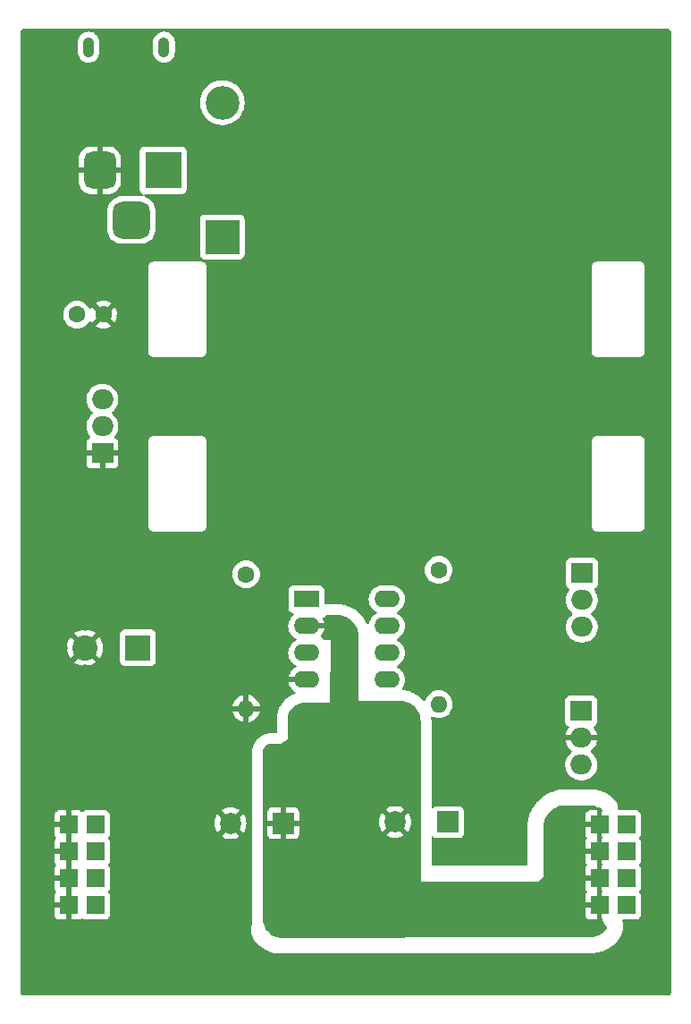
<source format=gbr>
%TF.GenerationSoftware,KiCad,Pcbnew,(6.0.8)*%
%TF.CreationDate,2022-10-21T20:47:53+05:30*%
%TF.ProjectId,Dual Rail Supply For Breadboard,4475616c-2052-4616-996c-20537570706c,rev?*%
%TF.SameCoordinates,Original*%
%TF.FileFunction,Copper,L2,Bot*%
%TF.FilePolarity,Positive*%
%FSLAX46Y46*%
G04 Gerber Fmt 4.6, Leading zero omitted, Abs format (unit mm)*
G04 Created by KiCad (PCBNEW (6.0.8)) date 2022-10-21 20:47:53*
%MOMM*%
%LPD*%
G01*
G04 APERTURE LIST*
G04 Aperture macros list*
%AMRoundRect*
0 Rectangle with rounded corners*
0 $1 Rounding radius*
0 $2 $3 $4 $5 $6 $7 $8 $9 X,Y pos of 4 corners*
0 Add a 4 corners polygon primitive as box body*
4,1,4,$2,$3,$4,$5,$6,$7,$8,$9,$2,$3,0*
0 Add four circle primitives for the rounded corners*
1,1,$1+$1,$2,$3*
1,1,$1+$1,$4,$5*
1,1,$1+$1,$6,$7*
1,1,$1+$1,$8,$9*
0 Add four rect primitives between the rounded corners*
20,1,$1+$1,$2,$3,$4,$5,0*
20,1,$1+$1,$4,$5,$6,$7,0*
20,1,$1+$1,$6,$7,$8,$9,0*
20,1,$1+$1,$8,$9,$2,$3,0*%
G04 Aperture macros list end*
%TA.AperFunction,ComponentPad*%
%ADD10R,1.700000X1.700000*%
%TD*%
%TA.AperFunction,ComponentPad*%
%ADD11O,1.050000X1.900000*%
%TD*%
%TA.AperFunction,ComponentPad*%
%ADD12C,1.600000*%
%TD*%
%TA.AperFunction,ComponentPad*%
%ADD13R,2.000000X2.000000*%
%TD*%
%TA.AperFunction,ComponentPad*%
%ADD14C,2.000000*%
%TD*%
%TA.AperFunction,ComponentPad*%
%ADD15R,3.200000X3.200000*%
%TD*%
%TA.AperFunction,ComponentPad*%
%ADD16O,3.200000X3.200000*%
%TD*%
%TA.AperFunction,ComponentPad*%
%ADD17R,2.000000X1.905000*%
%TD*%
%TA.AperFunction,ComponentPad*%
%ADD18O,2.000000X1.905000*%
%TD*%
%TA.AperFunction,ComponentPad*%
%ADD19R,2.400000X2.400000*%
%TD*%
%TA.AperFunction,ComponentPad*%
%ADD20C,2.400000*%
%TD*%
%TA.AperFunction,ComponentPad*%
%ADD21R,2.400000X1.600000*%
%TD*%
%TA.AperFunction,ComponentPad*%
%ADD22O,2.400000X1.600000*%
%TD*%
%TA.AperFunction,ComponentPad*%
%ADD23O,1.600000X1.600000*%
%TD*%
%TA.AperFunction,ComponentPad*%
%ADD24R,3.500000X3.500000*%
%TD*%
%TA.AperFunction,ComponentPad*%
%ADD25RoundRect,0.750000X-0.750000X-1.000000X0.750000X-1.000000X0.750000X1.000000X-0.750000X1.000000X0*%
%TD*%
%TA.AperFunction,ComponentPad*%
%ADD26RoundRect,0.875000X-0.875000X-0.875000X0.875000X-0.875000X0.875000X0.875000X-0.875000X0.875000X0*%
%TD*%
%TA.AperFunction,ViaPad*%
%ADD27C,0.800000*%
%TD*%
G04 APERTURE END LIST*
D10*
%TO.P,J5,1,Pin_1*%
%TO.N,OUT-*%
X139458000Y-123291600D03*
%TO.P,J5,2,Pin_2*%
%TO.N,MID_GND*%
X141998000Y-123291600D03*
%TD*%
D11*
%TO.P,J10,6,Shield*%
%TO.N,unconnected-(J10-Pad6)*%
X141325000Y-47200000D03*
X148475000Y-47200000D03*
%TD*%
D10*
%TO.P,J8,1,Pin_1*%
%TO.N,MID_GND*%
X189738000Y-128371600D03*
%TO.P,J8,2,Pin_2*%
%TO.N,Input*%
X192278000Y-128371600D03*
%TD*%
%TO.P,J6,1,Pin_1*%
%TO.N,MID_GND*%
X189738000Y-125831600D03*
%TO.P,J6,2,Pin_2*%
%TO.N,Input*%
X192278000Y-125831600D03*
%TD*%
D12*
%TO.P,C1,1*%
%TO.N,Net-(C1-Pad1)*%
X140250000Y-72500000D03*
%TO.P,C1,2*%
%TO.N,OUT-*%
X142750000Y-72500000D03*
%TD*%
D13*
%TO.P,C3,1*%
%TO.N,Input*%
X175367677Y-120500000D03*
D14*
%TO.P,C3,2*%
%TO.N,MID_GND*%
X170367677Y-120500000D03*
%TD*%
D15*
%TO.P,D1,1,K*%
%TO.N,Net-(C2-Pad1)*%
X154000000Y-65150000D03*
D16*
%TO.P,D1,2,A*%
%TO.N,5V*%
X154000000Y-52450000D03*
%TD*%
D17*
%TO.P,Q2,1,B*%
%TO.N,Net-(Q2-Pad1)*%
X188055000Y-96960000D03*
D18*
%TO.P,Q2,2,C*%
%TO.N,Input*%
X188055000Y-99500000D03*
%TO.P,Q2,3,E*%
%TO.N,MID_GND*%
X188055000Y-102040000D03*
%TD*%
D19*
%TO.P,C2,1*%
%TO.N,Net-(C2-Pad1)*%
X146000000Y-104000000D03*
D20*
%TO.P,C2,2*%
%TO.N,OUT-*%
X141000000Y-104000000D03*
%TD*%
D10*
%TO.P,J2,1,Pin_1*%
%TO.N,MID_GND*%
X189738000Y-120751600D03*
%TO.P,J2,2,Pin_2*%
%TO.N,Input*%
X192278000Y-120751600D03*
%TD*%
%TO.P,J9,1,Pin_1*%
%TO.N,OUT-*%
X139458000Y-128371600D03*
%TO.P,J9,2,Pin_2*%
%TO.N,MID_GND*%
X141998000Y-128371600D03*
%TD*%
D21*
%TO.P,U3,1,NULL*%
%TO.N,unconnected-(U3-Pad1)*%
X161966600Y-99416000D03*
D22*
%TO.P,U3,2,-*%
%TO.N,MID_GND*%
X161966600Y-101956000D03*
%TO.P,U3,3,+*%
%TO.N,Net-(R1-Pad2)*%
X161966600Y-104496000D03*
%TO.P,U3,4,V-*%
%TO.N,OUT-*%
X161966600Y-107036000D03*
%TO.P,U3,5,NULL*%
%TO.N,unconnected-(U3-Pad5)*%
X169586600Y-107036000D03*
%TO.P,U3,6*%
%TO.N,Net-(Q2-Pad1)*%
X169586600Y-104496000D03*
%TO.P,U3,7,V+*%
%TO.N,Input*%
X169586600Y-101956000D03*
%TO.P,U3,8,NC*%
%TO.N,unconnected-(U3-Pad8)*%
X169586600Y-99416000D03*
%TD*%
D10*
%TO.P,J4,1,Pin_1*%
%TO.N,MID_GND*%
X189738000Y-123291600D03*
%TO.P,J4,2,Pin_2*%
%TO.N,Input*%
X192278000Y-123291600D03*
%TD*%
%TO.P,J3,1,Pin_1*%
%TO.N,OUT-*%
X139458000Y-120751600D03*
%TO.P,J3,2,Pin_2*%
%TO.N,MID_GND*%
X141998000Y-120751600D03*
%TD*%
D17*
%TO.P,Q3,1,B*%
%TO.N,Net-(Q2-Pad1)*%
X188000000Y-110000000D03*
D18*
%TO.P,Q3,2,C*%
%TO.N,OUT-*%
X188000000Y-112540000D03*
%TO.P,Q3,3,E*%
%TO.N,MID_GND*%
X188000000Y-115080000D03*
%TD*%
D13*
%TO.P,C4,1*%
%TO.N,MID_GND*%
X159767677Y-120600000D03*
D14*
%TO.P,C4,2*%
%TO.N,OUT-*%
X154767677Y-120600000D03*
%TD*%
D12*
%TO.P,R2,1*%
%TO.N,Net-(R1-Pad2)*%
X156262800Y-97056400D03*
D23*
%TO.P,R2,2*%
%TO.N,OUT-*%
X156262800Y-109756400D03*
%TD*%
D17*
%TO.P,Q1,1,G*%
%TO.N,OUT-*%
X142646400Y-85598000D03*
D18*
%TO.P,Q1,2,D*%
%TO.N,Net-(C1-Pad1)*%
X142646400Y-83058000D03*
%TO.P,Q1,3,S*%
%TO.N,Net-(C2-Pad1)*%
X142646400Y-80518000D03*
%TD*%
D12*
%TO.P,R1,1*%
%TO.N,Input*%
X174500000Y-96650000D03*
D23*
%TO.P,R1,2*%
%TO.N,Net-(R1-Pad2)*%
X174500000Y-109350000D03*
%TD*%
D10*
%TO.P,J7,1,Pin_1*%
%TO.N,OUT-*%
X139458000Y-125831600D03*
%TO.P,J7,2,Pin_2*%
%TO.N,MID_GND*%
X141998000Y-125831600D03*
%TD*%
D24*
%TO.P,J1,1*%
%TO.N,Net-(C1-Pad1)*%
X148400000Y-58842500D03*
D25*
%TO.P,J1,2*%
%TO.N,OUT-*%
X142400000Y-58842500D03*
D26*
%TO.P,J1,3*%
%TO.N,N/C*%
X145400000Y-63542500D03*
%TD*%
D27*
%TO.N,OUT-*%
X137600000Y-120800000D03*
X141000000Y-106000000D03*
X139200000Y-130600000D03*
X139000000Y-104000000D03*
X137600000Y-128400000D03*
X140600000Y-85800000D03*
X171600000Y-78800000D03*
X190600000Y-53400000D03*
X194000000Y-48400000D03*
X194200000Y-53400000D03*
X143600000Y-51500000D03*
X137600000Y-123400000D03*
X144400000Y-72600000D03*
X192400000Y-53400000D03*
X161200000Y-53200000D03*
X160000000Y-53200000D03*
X192200000Y-48400000D03*
X190600000Y-48400000D03*
X188800000Y-50000000D03*
X169800000Y-80400000D03*
X143000000Y-70400000D03*
X158600000Y-48600000D03*
X139400000Y-118800000D03*
X161600000Y-48600000D03*
X163800000Y-51800000D03*
X142800000Y-74400000D03*
X171800000Y-82000000D03*
X160000000Y-48600000D03*
X173600000Y-80200000D03*
X142600000Y-87800000D03*
X137400000Y-125800000D03*
X141000000Y-102000000D03*
X163800000Y-49800000D03*
X188800000Y-51400000D03*
X158600000Y-53200000D03*
%TO.N,MID_GND*%
X164200000Y-117200000D03*
X172400000Y-128000000D03*
X163600000Y-111000000D03*
X172600000Y-129600000D03*
X165800000Y-111000000D03*
X170600000Y-128000000D03*
X170600000Y-129600000D03*
X178400000Y-129200000D03*
X166200000Y-117200000D03*
X178200000Y-127800000D03*
X180200000Y-129200000D03*
X161600000Y-111000000D03*
X162400000Y-117200000D03*
X180000000Y-127800000D03*
%TD*%
%TA.AperFunction,Conductor*%
%TO.N,MID_GND*%
G36*
X188804487Y-118900321D02*
G01*
X188853871Y-118903853D01*
X189075650Y-118919715D01*
X189093433Y-118922272D01*
X189354658Y-118979098D01*
X189371900Y-118984160D01*
X189622393Y-119077589D01*
X189638740Y-119085055D01*
X189873375Y-119213176D01*
X189888498Y-119222895D01*
X189947150Y-119266801D01*
X189989697Y-119323636D01*
X189994761Y-119394452D01*
X189992000Y-119407144D01*
X189992000Y-119431457D01*
X189986967Y-119465537D01*
X189986619Y-119466421D01*
X189960735Y-119587156D01*
X189944359Y-119663546D01*
X189934897Y-119707680D01*
X189927500Y-119822068D01*
X189927500Y-121681132D01*
X189934897Y-121795520D01*
X189935864Y-121800032D01*
X189935865Y-121800037D01*
X189977703Y-121995188D01*
X189977703Y-122048011D01*
X189967165Y-122097165D01*
X189944359Y-122203546D01*
X189934897Y-122247680D01*
X189927500Y-122362068D01*
X189927500Y-124221132D01*
X189934897Y-124335520D01*
X189935864Y-124340032D01*
X189935865Y-124340037D01*
X189977703Y-124535188D01*
X189977703Y-124588011D01*
X189967165Y-124637165D01*
X189944359Y-124743546D01*
X189934897Y-124787680D01*
X189927500Y-124902068D01*
X189927500Y-126761132D01*
X189934897Y-126875520D01*
X189935864Y-126880032D01*
X189935865Y-126880037D01*
X189977703Y-127075188D01*
X189977703Y-127128011D01*
X189967165Y-127177165D01*
X189944359Y-127283546D01*
X189934897Y-127327680D01*
X189927500Y-127442068D01*
X189927500Y-129301132D01*
X189934897Y-129415520D01*
X189935864Y-129420032D01*
X189935865Y-129420037D01*
X189947702Y-129475249D01*
X189986619Y-129656779D01*
X189986967Y-129657663D01*
X189992000Y-129691743D01*
X189992000Y-129711484D01*
X189996475Y-129726723D01*
X189999959Y-129729742D01*
X190034680Y-129778788D01*
X190077049Y-129886350D01*
X190203761Y-130098069D01*
X190363350Y-130286250D01*
X190435115Y-130347111D01*
X190474130Y-130406423D01*
X190474885Y-130477416D01*
X190454486Y-130518714D01*
X190316897Y-130702510D01*
X190305124Y-130716096D01*
X190116096Y-130905124D01*
X190102510Y-130916897D01*
X189888498Y-131077105D01*
X189873375Y-131086824D01*
X189698145Y-131182507D01*
X189690240Y-131186824D01*
X189638740Y-131214945D01*
X189622393Y-131222411D01*
X189371900Y-131315840D01*
X189354658Y-131320902D01*
X189093433Y-131377728D01*
X189075650Y-131380285D01*
X188853871Y-131396147D01*
X188804487Y-131399679D01*
X188795499Y-131400000D01*
X159185632Y-131400000D01*
X158977607Y-131322411D01*
X158961260Y-131314945D01*
X158726625Y-131186824D01*
X158711502Y-131177105D01*
X158497490Y-131016897D01*
X158483904Y-131005124D01*
X158294876Y-130816096D01*
X158283103Y-130802510D01*
X158236260Y-130739935D01*
X158986996Y-129266269D01*
X188380001Y-129266269D01*
X188380371Y-129273090D01*
X188385895Y-129323952D01*
X188389521Y-129339204D01*
X188434676Y-129459654D01*
X188443214Y-129475249D01*
X188519715Y-129577324D01*
X188532276Y-129589885D01*
X188634351Y-129666386D01*
X188649946Y-129674924D01*
X188770394Y-129720078D01*
X188785649Y-129723705D01*
X188836514Y-129729231D01*
X188843328Y-129729600D01*
X189465885Y-129729600D01*
X189481124Y-129725125D01*
X189482329Y-129723735D01*
X189484000Y-129716052D01*
X189484000Y-128643715D01*
X189479525Y-128628476D01*
X189478135Y-128627271D01*
X189470452Y-128625600D01*
X188398116Y-128625600D01*
X188382877Y-128630075D01*
X188381672Y-128631465D01*
X188380001Y-128639148D01*
X188380001Y-129266269D01*
X158986996Y-129266269D01*
X159581395Y-128099485D01*
X188380000Y-128099485D01*
X188384475Y-128114724D01*
X188385865Y-128115929D01*
X188393548Y-128117600D01*
X189465885Y-128117600D01*
X189481124Y-128113125D01*
X189482329Y-128111735D01*
X189484000Y-128104052D01*
X189484000Y-126103715D01*
X189479525Y-126088476D01*
X189478135Y-126087271D01*
X189470452Y-126085600D01*
X188398116Y-126085600D01*
X188382877Y-126090075D01*
X188381672Y-126091465D01*
X188380001Y-126099148D01*
X188380001Y-126726269D01*
X188380371Y-126733090D01*
X188385895Y-126783952D01*
X188389521Y-126799204D01*
X188434676Y-126919654D01*
X188443211Y-126935244D01*
X188511255Y-127026035D01*
X188536102Y-127092542D01*
X188521049Y-127161924D01*
X188511255Y-127177165D01*
X188443211Y-127267956D01*
X188434676Y-127283546D01*
X188389522Y-127403994D01*
X188385895Y-127419249D01*
X188380369Y-127470114D01*
X188380000Y-127476928D01*
X188380000Y-128099485D01*
X159581395Y-128099485D01*
X160600000Y-126100000D01*
X184000000Y-126100000D01*
X184400000Y-125600000D01*
X184400000Y-125559485D01*
X188380000Y-125559485D01*
X188384475Y-125574724D01*
X188385865Y-125575929D01*
X188393548Y-125577600D01*
X189465885Y-125577600D01*
X189481124Y-125573125D01*
X189482329Y-125571735D01*
X189484000Y-125564052D01*
X189484000Y-123563715D01*
X189479525Y-123548476D01*
X189478135Y-123547271D01*
X189470452Y-123545600D01*
X188398116Y-123545600D01*
X188382877Y-123550075D01*
X188381672Y-123551465D01*
X188380001Y-123559148D01*
X188380001Y-124186269D01*
X188380371Y-124193090D01*
X188385895Y-124243952D01*
X188389521Y-124259204D01*
X188434676Y-124379654D01*
X188443211Y-124395244D01*
X188511255Y-124486035D01*
X188536102Y-124552542D01*
X188521049Y-124621924D01*
X188511255Y-124637165D01*
X188443211Y-124727956D01*
X188434676Y-124743546D01*
X188389522Y-124863994D01*
X188385895Y-124879249D01*
X188380369Y-124930114D01*
X188380000Y-124936928D01*
X188380000Y-125559485D01*
X184400000Y-125559485D01*
X184400000Y-123019485D01*
X188380000Y-123019485D01*
X188384475Y-123034724D01*
X188385865Y-123035929D01*
X188393548Y-123037600D01*
X189465885Y-123037600D01*
X189481124Y-123033125D01*
X189482329Y-123031735D01*
X189484000Y-123024052D01*
X189484000Y-121023715D01*
X189479525Y-121008476D01*
X189478135Y-121007271D01*
X189470452Y-121005600D01*
X188398116Y-121005600D01*
X188382877Y-121010075D01*
X188381672Y-121011465D01*
X188380001Y-121019148D01*
X188380001Y-121646269D01*
X188380371Y-121653090D01*
X188385895Y-121703952D01*
X188389521Y-121719204D01*
X188434676Y-121839654D01*
X188443211Y-121855244D01*
X188511255Y-121946035D01*
X188536102Y-122012542D01*
X188521049Y-122081924D01*
X188511255Y-122097165D01*
X188443211Y-122187956D01*
X188434676Y-122203546D01*
X188389522Y-122323994D01*
X188385895Y-122339249D01*
X188380369Y-122390114D01*
X188380000Y-122396928D01*
X188380000Y-123019485D01*
X184400000Y-123019485D01*
X184400000Y-120986665D01*
X184400350Y-120977281D01*
X184421484Y-120694289D01*
X184424271Y-120675730D01*
X184468903Y-120479485D01*
X188380000Y-120479485D01*
X188384475Y-120494724D01*
X188385865Y-120495929D01*
X188393548Y-120497600D01*
X189465885Y-120497600D01*
X189481124Y-120493125D01*
X189482329Y-120491735D01*
X189484000Y-120484052D01*
X189484000Y-119411715D01*
X189479525Y-119396476D01*
X189478135Y-119395271D01*
X189470452Y-119393600D01*
X188843331Y-119393601D01*
X188836510Y-119393971D01*
X188785648Y-119399495D01*
X188770396Y-119403121D01*
X188649946Y-119448276D01*
X188634351Y-119456814D01*
X188532276Y-119533315D01*
X188519715Y-119545876D01*
X188443214Y-119647951D01*
X188434676Y-119663546D01*
X188389522Y-119783994D01*
X188385895Y-119799249D01*
X188380369Y-119850114D01*
X188380000Y-119856928D01*
X188380000Y-120479485D01*
X184468903Y-120479485D01*
X184486161Y-120403601D01*
X184491675Y-120385662D01*
X184519176Y-120315323D01*
X184593297Y-120125748D01*
X184601407Y-120108841D01*
X184740513Y-119866894D01*
X184751052Y-119851368D01*
X184752047Y-119850114D01*
X184927480Y-119629078D01*
X184933567Y-119621970D01*
X184965702Y-119587156D01*
X185003120Y-119546621D01*
X185009211Y-119540462D01*
X185199649Y-119360690D01*
X185213031Y-119349695D01*
X185422790Y-119200252D01*
X185437552Y-119191195D01*
X185665825Y-119071926D01*
X185681691Y-119064980D01*
X185747257Y-119041498D01*
X185924160Y-118978143D01*
X185940819Y-118973440D01*
X186039794Y-118952723D01*
X186192908Y-118920673D01*
X186210063Y-118918298D01*
X186471336Y-118900298D01*
X186479996Y-118900000D01*
X188795499Y-118900000D01*
X188804487Y-118900321D01*
G37*
%TD.AperFunction*%
%TD*%
%TA.AperFunction,Conductor*%
%TO.N,MID_GND*%
G36*
X164904487Y-100900321D02*
G01*
X164953871Y-100903853D01*
X165175650Y-100919715D01*
X165193433Y-100922272D01*
X165454658Y-100979098D01*
X165471900Y-100984160D01*
X165722393Y-101077589D01*
X165738740Y-101085055D01*
X165973375Y-101213176D01*
X165988498Y-101222895D01*
X166202510Y-101383103D01*
X166216096Y-101394876D01*
X166405124Y-101583904D01*
X166416897Y-101597490D01*
X166577105Y-101811502D01*
X166586824Y-101826625D01*
X166714945Y-102061260D01*
X166722411Y-102077607D01*
X166778317Y-102227497D01*
X166815839Y-102328097D01*
X166820902Y-102345342D01*
X166877728Y-102606567D01*
X166880285Y-102624350D01*
X166896147Y-102846129D01*
X166899679Y-102895513D01*
X166900000Y-102904501D01*
X166900000Y-109000000D01*
X170795499Y-109000000D01*
X170804487Y-109000321D01*
X170853871Y-109003853D01*
X171075650Y-109019715D01*
X171093433Y-109022272D01*
X171354658Y-109079098D01*
X171371900Y-109084160D01*
X171622393Y-109177589D01*
X171638738Y-109185054D01*
X171666635Y-109200287D01*
X171873375Y-109313176D01*
X171888498Y-109322895D01*
X172102510Y-109483103D01*
X172116096Y-109494876D01*
X172305124Y-109683904D01*
X172316897Y-109697490D01*
X172477105Y-109911502D01*
X172486824Y-109926625D01*
X172614945Y-110161260D01*
X172622411Y-110177607D01*
X172702345Y-110391918D01*
X172715839Y-110428097D01*
X172720902Y-110445342D01*
X172777728Y-110706567D01*
X172780286Y-110724355D01*
X172799679Y-110995513D01*
X172800000Y-111004501D01*
X172800000Y-129495499D01*
X172799679Y-129504487D01*
X172780286Y-129775645D01*
X172777728Y-129793433D01*
X172720903Y-130054654D01*
X172715840Y-130071900D01*
X172622411Y-130322393D01*
X172614945Y-130338740D01*
X172486824Y-130573375D01*
X172477105Y-130588498D01*
X172316897Y-130802510D01*
X172305124Y-130816096D01*
X172116096Y-131005124D01*
X172102510Y-131016897D01*
X171888498Y-131177105D01*
X171873375Y-131186824D01*
X171638740Y-131314945D01*
X171622393Y-131322411D01*
X171371900Y-131415840D01*
X171354658Y-131420902D01*
X171093433Y-131477728D01*
X171075650Y-131480285D01*
X170853871Y-131496147D01*
X170804487Y-131499679D01*
X170795499Y-131500000D01*
X159804501Y-131500000D01*
X159795513Y-131499679D01*
X159746129Y-131496147D01*
X159524350Y-131480285D01*
X159506567Y-131477728D01*
X159245342Y-131420902D01*
X159228100Y-131415840D01*
X158977607Y-131322411D01*
X158961260Y-131314945D01*
X158726625Y-131186824D01*
X158711502Y-131177105D01*
X158497490Y-131016897D01*
X158483904Y-131005124D01*
X158294876Y-130816096D01*
X158283103Y-130802510D01*
X158122895Y-130588498D01*
X158113176Y-130573375D01*
X157985055Y-130338740D01*
X157977589Y-130322393D01*
X157884160Y-130071900D01*
X157879097Y-130054654D01*
X157822272Y-129793433D01*
X157819714Y-129775645D01*
X157800321Y-129504487D01*
X157800000Y-129495499D01*
X157800000Y-121644669D01*
X158259678Y-121644669D01*
X158260048Y-121651490D01*
X158265572Y-121702352D01*
X158269198Y-121717604D01*
X158314353Y-121838054D01*
X158322891Y-121853649D01*
X158399392Y-121955724D01*
X158411953Y-121968285D01*
X158514028Y-122044786D01*
X158529623Y-122053324D01*
X158650071Y-122098478D01*
X158665326Y-122102105D01*
X158716191Y-122107631D01*
X158723005Y-122108000D01*
X159495562Y-122108000D01*
X159510801Y-122103525D01*
X159512006Y-122102135D01*
X159513677Y-122094452D01*
X159513677Y-122089884D01*
X160021677Y-122089884D01*
X160026152Y-122105123D01*
X160027542Y-122106328D01*
X160035225Y-122107999D01*
X160812346Y-122107999D01*
X160819167Y-122107629D01*
X160870029Y-122102105D01*
X160885281Y-122098479D01*
X161005731Y-122053324D01*
X161021326Y-122044786D01*
X161123401Y-121968285D01*
X161135962Y-121955724D01*
X161212463Y-121853649D01*
X161221001Y-121838054D01*
X161260508Y-121732670D01*
X169499837Y-121732670D01*
X169505564Y-121740320D01*
X169676719Y-121845205D01*
X169685514Y-121849687D01*
X169895665Y-121936734D01*
X169905050Y-121939783D01*
X170126231Y-121992885D01*
X170135978Y-121994428D01*
X170362747Y-122012275D01*
X170372607Y-122012275D01*
X170599376Y-121994428D01*
X170609123Y-121992885D01*
X170830304Y-121939783D01*
X170839689Y-121936734D01*
X171049840Y-121849687D01*
X171058635Y-121845205D01*
X171226122Y-121742568D01*
X171235584Y-121732110D01*
X171231801Y-121723334D01*
X170380489Y-120872022D01*
X170366545Y-120864408D01*
X170364712Y-120864539D01*
X170358097Y-120868790D01*
X169506597Y-121720290D01*
X169499837Y-121732670D01*
X161260508Y-121732670D01*
X161266155Y-121717606D01*
X161269782Y-121702351D01*
X161275308Y-121651486D01*
X161275677Y-121644672D01*
X161275677Y-120872115D01*
X161271202Y-120856876D01*
X161269812Y-120855671D01*
X161262129Y-120854000D01*
X160039792Y-120854000D01*
X160024553Y-120858475D01*
X160023348Y-120859865D01*
X160021677Y-120867548D01*
X160021677Y-122089884D01*
X159513677Y-122089884D01*
X159513677Y-120872115D01*
X159509202Y-120856876D01*
X159507812Y-120855671D01*
X159500129Y-120854000D01*
X158277793Y-120854000D01*
X158262554Y-120858475D01*
X158261349Y-120859865D01*
X158259678Y-120867548D01*
X158259678Y-121644669D01*
X157800000Y-121644669D01*
X157800000Y-120504930D01*
X168855402Y-120504930D01*
X168873249Y-120731699D01*
X168874792Y-120741446D01*
X168927894Y-120962627D01*
X168930943Y-120972012D01*
X169017990Y-121182163D01*
X169022472Y-121190958D01*
X169125109Y-121358445D01*
X169135567Y-121367907D01*
X169144343Y-121364124D01*
X169995655Y-120512812D01*
X170002033Y-120501132D01*
X170732085Y-120501132D01*
X170732216Y-120502965D01*
X170736467Y-120509580D01*
X171587967Y-121361080D01*
X171600347Y-121367840D01*
X171607997Y-121362113D01*
X171712882Y-121190958D01*
X171717364Y-121182163D01*
X171804411Y-120972012D01*
X171807460Y-120962627D01*
X171860562Y-120741446D01*
X171862105Y-120731699D01*
X171879952Y-120504930D01*
X171879952Y-120495070D01*
X171862105Y-120268301D01*
X171860562Y-120258554D01*
X171807460Y-120037373D01*
X171804411Y-120027988D01*
X171717364Y-119817837D01*
X171712882Y-119809042D01*
X171610245Y-119641555D01*
X171599787Y-119632093D01*
X171591011Y-119635876D01*
X170739699Y-120487188D01*
X170732085Y-120501132D01*
X170002033Y-120501132D01*
X170003269Y-120498868D01*
X170003138Y-120497035D01*
X169998887Y-120490420D01*
X169147387Y-119638920D01*
X169135007Y-119632160D01*
X169127357Y-119637887D01*
X169022472Y-119809042D01*
X169017990Y-119817837D01*
X168930943Y-120027988D01*
X168927894Y-120037373D01*
X168874792Y-120258554D01*
X168873249Y-120268301D01*
X168855402Y-120495070D01*
X168855402Y-120504930D01*
X157800000Y-120504930D01*
X157800000Y-120327885D01*
X158259677Y-120327885D01*
X158264152Y-120343124D01*
X158265542Y-120344329D01*
X158273225Y-120346000D01*
X159495562Y-120346000D01*
X159510801Y-120341525D01*
X159512006Y-120340135D01*
X159513677Y-120332452D01*
X159513677Y-120327885D01*
X160021677Y-120327885D01*
X160026152Y-120343124D01*
X160027542Y-120344329D01*
X160035225Y-120346000D01*
X161257561Y-120346000D01*
X161272800Y-120341525D01*
X161274005Y-120340135D01*
X161275676Y-120332452D01*
X161275676Y-119555331D01*
X161275306Y-119548510D01*
X161269782Y-119497648D01*
X161266156Y-119482396D01*
X161221001Y-119361946D01*
X161212463Y-119346351D01*
X161153660Y-119267890D01*
X169499770Y-119267890D01*
X169503553Y-119276666D01*
X170354865Y-120127978D01*
X170368809Y-120135592D01*
X170370642Y-120135461D01*
X170377257Y-120131210D01*
X171228757Y-119279710D01*
X171235517Y-119267330D01*
X171229790Y-119259680D01*
X171058635Y-119154795D01*
X171049840Y-119150313D01*
X170839689Y-119063266D01*
X170830304Y-119060217D01*
X170609123Y-119007115D01*
X170599376Y-119005572D01*
X170372607Y-118987725D01*
X170362747Y-118987725D01*
X170135978Y-119005572D01*
X170126231Y-119007115D01*
X169905050Y-119060217D01*
X169895665Y-119063266D01*
X169685514Y-119150313D01*
X169676719Y-119154795D01*
X169509232Y-119257432D01*
X169499770Y-119267890D01*
X161153660Y-119267890D01*
X161135962Y-119244276D01*
X161123401Y-119231715D01*
X161021326Y-119155214D01*
X161005731Y-119146676D01*
X160885283Y-119101522D01*
X160870028Y-119097895D01*
X160819163Y-119092369D01*
X160812349Y-119092000D01*
X160039792Y-119092000D01*
X160024553Y-119096475D01*
X160023348Y-119097865D01*
X160021677Y-119105548D01*
X160021677Y-120327885D01*
X159513677Y-120327885D01*
X159513677Y-119110116D01*
X159509202Y-119094877D01*
X159507812Y-119093672D01*
X159500129Y-119092001D01*
X158723008Y-119092001D01*
X158716187Y-119092371D01*
X158665325Y-119097895D01*
X158650073Y-119101521D01*
X158529623Y-119146676D01*
X158514028Y-119155214D01*
X158411953Y-119231715D01*
X158399392Y-119244276D01*
X158322891Y-119346351D01*
X158314353Y-119361946D01*
X158269199Y-119482394D01*
X158265572Y-119497649D01*
X158260046Y-119548514D01*
X158259677Y-119555328D01*
X158259677Y-120327885D01*
X157800000Y-120327885D01*
X157800000Y-113957078D01*
X157800792Y-113942970D01*
X157819722Y-113774962D01*
X157826001Y-113747455D01*
X157879487Y-113594600D01*
X157891729Y-113569179D01*
X157977891Y-113432053D01*
X157995483Y-113409994D01*
X158109994Y-113295483D01*
X158132053Y-113277891D01*
X158269179Y-113191729D01*
X158294600Y-113179487D01*
X158447455Y-113126001D01*
X158474962Y-113119722D01*
X158599680Y-113105670D01*
X158642971Y-113100792D01*
X158657078Y-113100000D01*
X159500000Y-113100000D01*
X160200000Y-112700000D01*
X160200000Y-110645966D01*
X160200505Y-110634691D01*
X160220323Y-110414105D01*
X160224343Y-110391918D01*
X160281655Y-110183877D01*
X160289566Y-110162759D01*
X160290287Y-110161260D01*
X160383046Y-109968265D01*
X160394594Y-109948896D01*
X160521247Y-109774176D01*
X160536063Y-109757176D01*
X160598316Y-109697490D01*
X160692842Y-109606862D01*
X160708140Y-109594344D01*
X160895150Y-109464400D01*
X160909723Y-109455668D01*
X160924283Y-109448229D01*
X161113765Y-109351425D01*
X161129371Y-109344739D01*
X161345575Y-109268900D01*
X161361949Y-109264370D01*
X161474166Y-109241339D01*
X161586387Y-109218307D01*
X161603220Y-109216022D01*
X161836065Y-109200287D01*
X161844560Y-109200000D01*
X164200000Y-109200000D01*
X164227667Y-107567685D01*
X164268610Y-105152007D01*
X164300000Y-103300000D01*
X163712595Y-103300000D01*
X163620840Y-103197197D01*
X163415088Y-103026075D01*
X163385072Y-103007861D01*
X163337213Y-102955424D01*
X163325299Y-102885434D01*
X163353117Y-102820114D01*
X163361343Y-102811048D01*
X163368516Y-102803875D01*
X163375572Y-102795467D01*
X163500531Y-102617007D01*
X163506014Y-102607511D01*
X163598090Y-102410053D01*
X163601836Y-102399761D01*
X163647994Y-102227497D01*
X163647658Y-102213401D01*
X163639716Y-102210000D01*
X161838600Y-102210000D01*
X161770479Y-102189998D01*
X161723986Y-102136342D01*
X161712600Y-102084000D01*
X161712600Y-101828000D01*
X161732602Y-101759879D01*
X161786258Y-101713386D01*
X161838600Y-101702000D01*
X163634567Y-101702000D01*
X163648098Y-101698027D01*
X163649327Y-101689478D01*
X163601836Y-101512239D01*
X163598090Y-101501947D01*
X163505558Y-101303513D01*
X163494897Y-101233322D01*
X163523877Y-101168509D01*
X163561377Y-101138602D01*
X163720196Y-101055573D01*
X163739763Y-101039615D01*
X163876180Y-100928357D01*
X163941611Y-100900803D01*
X163955815Y-100900000D01*
X164895499Y-100900000D01*
X164904487Y-100900321D01*
G37*
%TD.AperFunction*%
%TD*%
%TA.AperFunction,Conductor*%
%TO.N,OUT-*%
G36*
X196229037Y-45428502D02*
G01*
X196236425Y-45433632D01*
X196302509Y-45483102D01*
X196316095Y-45494875D01*
X196454595Y-45633375D01*
X196488621Y-45695687D01*
X196491500Y-45722470D01*
X196491500Y-136677530D01*
X196471498Y-136745651D01*
X196454595Y-136766625D01*
X196366625Y-136854595D01*
X196304313Y-136888621D01*
X196277530Y-136891500D01*
X135122470Y-136891500D01*
X135054349Y-136871498D01*
X135033375Y-136854595D01*
X134945405Y-136766625D01*
X134911379Y-136704313D01*
X134908500Y-136677530D01*
X134908500Y-130711648D01*
X156731026Y-130711648D01*
X156746899Y-130959787D01*
X156803399Y-131201930D01*
X156805404Y-131206745D01*
X156894693Y-131421167D01*
X156898983Y-131431470D01*
X157031045Y-131642147D01*
X157077888Y-131704722D01*
X157145350Y-131788435D01*
X157146106Y-131789308D01*
X157146109Y-131789311D01*
X157156378Y-131801162D01*
X157156395Y-131801181D01*
X157157123Y-131802021D01*
X157230327Y-131880645D01*
X157419355Y-132069673D01*
X157497979Y-132142877D01*
X157498819Y-132143605D01*
X157498838Y-132143622D01*
X157508316Y-132151834D01*
X157511565Y-132154650D01*
X157512392Y-132155317D01*
X157512407Y-132155329D01*
X157586019Y-132214650D01*
X157595275Y-132222110D01*
X157809287Y-132382318D01*
X157897565Y-132443611D01*
X157898496Y-132444209D01*
X157898500Y-132444212D01*
X157911771Y-132452741D01*
X157911784Y-132452749D01*
X157912688Y-132453330D01*
X158005113Y-132508168D01*
X158006085Y-132508699D01*
X158006103Y-132508709D01*
X158112332Y-132566714D01*
X158239748Y-132636289D01*
X158240761Y-132636796D01*
X158240778Y-132636805D01*
X158334808Y-132683875D01*
X158335813Y-132684378D01*
X158336808Y-132684833D01*
X158336828Y-132684842D01*
X158342653Y-132687502D01*
X158352160Y-132691844D01*
X158451491Y-132732990D01*
X158452530Y-132733378D01*
X158452549Y-132733385D01*
X158659137Y-132810438D01*
X158659185Y-132810456D01*
X158659516Y-132810579D01*
X158659846Y-132810697D01*
X158659903Y-132810718D01*
X158684771Y-132819622D01*
X158696797Y-132823928D01*
X158699733Y-132824672D01*
X158699738Y-132824673D01*
X158925447Y-132881830D01*
X158937835Y-132884967D01*
X158943026Y-132885397D01*
X158943031Y-132885398D01*
X159183031Y-132905285D01*
X159183044Y-132905286D01*
X159185632Y-132905500D01*
X188795499Y-132905500D01*
X188849233Y-132904541D01*
X188849706Y-132904524D01*
X188849749Y-132904523D01*
X188853407Y-132904392D01*
X188858221Y-132904220D01*
X188858796Y-132904189D01*
X188858800Y-132904189D01*
X188911354Y-132901372D01*
X188911394Y-132901369D01*
X188911888Y-132901343D01*
X189158765Y-132883686D01*
X189181947Y-132882028D01*
X189181949Y-132882028D01*
X189183051Y-132881949D01*
X189266471Y-132872980D01*
X189288778Y-132870582D01*
X189288784Y-132870581D01*
X189289921Y-132870459D01*
X189296708Y-132869483D01*
X189306580Y-132868064D01*
X189306601Y-132868061D01*
X189307704Y-132867902D01*
X189413450Y-132848823D01*
X189674675Y-132791997D01*
X189696119Y-132786524D01*
X189777672Y-132765711D01*
X189777691Y-132765706D01*
X189778752Y-132765435D01*
X189795994Y-132760373D01*
X189898018Y-132726418D01*
X189899016Y-132726046D01*
X189899038Y-132726038D01*
X190147453Y-132633384D01*
X190147472Y-132633377D01*
X190148511Y-132632989D01*
X190247840Y-132591844D01*
X190257347Y-132587502D01*
X190263172Y-132584842D01*
X190263192Y-132584833D01*
X190264187Y-132584378D01*
X190265192Y-132583875D01*
X190359222Y-132536805D01*
X190359239Y-132536796D01*
X190360252Y-132536289D01*
X190511161Y-132453886D01*
X190593897Y-132408709D01*
X190593915Y-132408699D01*
X190594887Y-132408168D01*
X190687312Y-132353330D01*
X190688216Y-132352749D01*
X190688229Y-132352741D01*
X190701500Y-132344212D01*
X190701504Y-132344209D01*
X190702435Y-132343611D01*
X190790713Y-132282318D01*
X191004725Y-132122110D01*
X191013981Y-132114650D01*
X191087593Y-132055329D01*
X191087608Y-132055317D01*
X191088435Y-132054650D01*
X191091684Y-132051834D01*
X191101162Y-132043622D01*
X191101181Y-132043605D01*
X191102021Y-132042877D01*
X191180645Y-131969673D01*
X191369673Y-131780645D01*
X191442877Y-131702021D01*
X191443605Y-131701181D01*
X191443622Y-131701162D01*
X191453904Y-131689296D01*
X191453907Y-131689293D01*
X191454650Y-131688435D01*
X191490278Y-131644226D01*
X191521404Y-131605602D01*
X191521408Y-131605597D01*
X191522109Y-131604727D01*
X191522767Y-131603848D01*
X191522781Y-131603830D01*
X191648502Y-131435887D01*
X191659698Y-131420931D01*
X191676148Y-131398528D01*
X191804299Y-131185449D01*
X191805457Y-131183105D01*
X191823733Y-131146106D01*
X191823740Y-131146090D01*
X191824698Y-131144151D01*
X191903931Y-130951081D01*
X191962403Y-130709408D01*
X191980300Y-130461406D01*
X191979545Y-130390413D01*
X191974093Y-130277420D01*
X191932402Y-130032294D01*
X191885616Y-129897382D01*
X191882195Y-129826470D01*
X191917655Y-129764963D01*
X191980739Y-129732392D01*
X192004661Y-129730100D01*
X193176134Y-129730100D01*
X193238316Y-129723345D01*
X193374705Y-129672215D01*
X193491261Y-129584861D01*
X193578615Y-129468305D01*
X193629745Y-129331916D01*
X193636500Y-129269734D01*
X193636500Y-127473466D01*
X193629745Y-127411284D01*
X193578615Y-127274895D01*
X193505370Y-127177164D01*
X193480522Y-127110659D01*
X193495575Y-127041276D01*
X193505370Y-127026035D01*
X193573229Y-126935491D01*
X193578615Y-126928305D01*
X193629745Y-126791916D01*
X193636500Y-126729734D01*
X193636500Y-124933466D01*
X193629745Y-124871284D01*
X193578615Y-124734895D01*
X193505370Y-124637164D01*
X193480522Y-124570659D01*
X193495575Y-124501276D01*
X193505370Y-124486035D01*
X193573229Y-124395491D01*
X193578615Y-124388305D01*
X193629745Y-124251916D01*
X193636500Y-124189734D01*
X193636500Y-122393466D01*
X193629745Y-122331284D01*
X193578615Y-122194895D01*
X193505370Y-122097164D01*
X193480522Y-122030659D01*
X193495575Y-121961276D01*
X193505370Y-121946035D01*
X193573229Y-121855491D01*
X193578615Y-121848305D01*
X193629745Y-121711916D01*
X193636500Y-121649734D01*
X193636500Y-119853466D01*
X193629745Y-119791284D01*
X193578615Y-119654895D01*
X193491261Y-119538339D01*
X193374705Y-119450985D01*
X193238316Y-119399855D01*
X193176134Y-119393100D01*
X191621320Y-119393100D01*
X191553199Y-119373098D01*
X191506706Y-119319442D01*
X191495641Y-119276088D01*
X191491445Y-119217413D01*
X191491445Y-119217410D01*
X191491362Y-119216253D01*
X191482663Y-119136739D01*
X191479466Y-119107523D01*
X191479466Y-119107520D01*
X191479055Y-119103768D01*
X191435329Y-118916377D01*
X191423738Y-118866704D01*
X191423737Y-118866700D01*
X191422553Y-118861627D01*
X191326967Y-118632087D01*
X191324203Y-118627677D01*
X191324200Y-118627672D01*
X191196284Y-118423615D01*
X191194903Y-118421412D01*
X191152356Y-118364577D01*
X191068802Y-118265925D01*
X191038339Y-118229958D01*
X191038337Y-118229956D01*
X191035426Y-118226519D01*
X190849358Y-118061583D01*
X190790706Y-118017677D01*
X190702435Y-117956389D01*
X190701500Y-117955788D01*
X190688229Y-117947259D01*
X190688216Y-117947251D01*
X190687312Y-117946670D01*
X190594887Y-117891832D01*
X190593915Y-117891301D01*
X190593897Y-117891291D01*
X190487668Y-117833286D01*
X190360252Y-117763711D01*
X190359239Y-117763204D01*
X190359222Y-117763195D01*
X190265192Y-117716125D01*
X190265188Y-117716123D01*
X190264187Y-117715622D01*
X190263192Y-117715167D01*
X190263172Y-117715158D01*
X190257347Y-117712498D01*
X190247840Y-117708156D01*
X190210766Y-117692799D01*
X190149559Y-117667445D01*
X190149554Y-117667443D01*
X190148511Y-117667011D01*
X190147472Y-117666623D01*
X190147453Y-117666616D01*
X189899038Y-117573962D01*
X189899016Y-117573954D01*
X189898018Y-117573582D01*
X189795994Y-117539627D01*
X189778752Y-117534565D01*
X189777691Y-117534294D01*
X189777672Y-117534289D01*
X189675760Y-117508280D01*
X189674675Y-117508003D01*
X189636305Y-117499656D01*
X189414530Y-117451412D01*
X189413450Y-117451177D01*
X189307704Y-117432098D01*
X189306601Y-117431939D01*
X189306580Y-117431936D01*
X189296708Y-117430517D01*
X189289921Y-117429541D01*
X189288784Y-117429419D01*
X189288778Y-117429418D01*
X189265468Y-117426912D01*
X189183051Y-117418051D01*
X189181949Y-117417972D01*
X189181947Y-117417972D01*
X189142986Y-117415185D01*
X188911888Y-117398657D01*
X188911394Y-117398631D01*
X188911354Y-117398628D01*
X188858800Y-117395811D01*
X188858796Y-117395811D01*
X188858221Y-117395780D01*
X188853407Y-117395608D01*
X188849749Y-117395477D01*
X188849706Y-117395476D01*
X188849233Y-117395459D01*
X188795499Y-117394500D01*
X186479996Y-117394500D01*
X186428221Y-117395391D01*
X186426374Y-117395455D01*
X186420189Y-117395667D01*
X186420144Y-117395669D01*
X186419561Y-117395689D01*
X186418967Y-117395720D01*
X186418936Y-117395721D01*
X186368416Y-117398329D01*
X186368373Y-117398332D01*
X186367862Y-117398358D01*
X186106589Y-117416358D01*
X186003605Y-117427022D01*
X185994882Y-117428230D01*
X185987531Y-117429247D01*
X185987512Y-117429250D01*
X185986450Y-117429397D01*
X185985384Y-117429582D01*
X185985372Y-117429584D01*
X185958119Y-117434317D01*
X185884463Y-117447109D01*
X185883450Y-117447321D01*
X185883424Y-117447326D01*
X185633425Y-117499656D01*
X185632374Y-117499876D01*
X185531789Y-117524570D01*
X185530742Y-117524865D01*
X185530729Y-117524869D01*
X185516206Y-117528969D01*
X185516193Y-117528973D01*
X185515130Y-117529273D01*
X185514067Y-117529613D01*
X185417619Y-117560457D01*
X185417600Y-117560463D01*
X185416557Y-117560797D01*
X185174088Y-117647634D01*
X185077921Y-117685853D01*
X185076943Y-117686281D01*
X185076917Y-117686292D01*
X185063041Y-117692367D01*
X185063025Y-117692374D01*
X185062055Y-117692799D01*
X184968651Y-117737580D01*
X184967717Y-117738068D01*
X184967701Y-117738076D01*
X184917581Y-117764263D01*
X184740378Y-117856849D01*
X184739463Y-117857368D01*
X184739450Y-117857375D01*
X184712549Y-117872631D01*
X184650246Y-117907965D01*
X184635484Y-117917022D01*
X184604747Y-117937365D01*
X184550118Y-117973522D01*
X184550094Y-117973539D01*
X184549226Y-117974113D01*
X184548347Y-117974739D01*
X184548343Y-117974742D01*
X184340368Y-118122914D01*
X184339467Y-118123556D01*
X184338619Y-118124205D01*
X184338599Y-118124220D01*
X184300043Y-118153739D01*
X184257294Y-118186468D01*
X184243912Y-118197463D01*
X184243106Y-118198173D01*
X184243099Y-118198179D01*
X184210930Y-118226519D01*
X184166199Y-118265925D01*
X183975761Y-118445697D01*
X183975398Y-118446052D01*
X183939139Y-118481476D01*
X183939110Y-118481505D01*
X183938769Y-118481838D01*
X183932678Y-118487997D01*
X183896874Y-118525470D01*
X183827321Y-118600819D01*
X183790063Y-118642720D01*
X183789650Y-118643202D01*
X183789645Y-118643208D01*
X183784389Y-118649345D01*
X183784358Y-118649382D01*
X183783976Y-118649828D01*
X183748258Y-118693148D01*
X183571830Y-118915438D01*
X183571144Y-118916372D01*
X183571140Y-118916377D01*
X183515678Y-118991869D01*
X183505418Y-119005835D01*
X183494879Y-119021361D01*
X183494256Y-119022356D01*
X183494248Y-119022369D01*
X183442192Y-119105572D01*
X183435354Y-119116501D01*
X183296248Y-119358448D01*
X183243996Y-119457714D01*
X183235886Y-119474621D01*
X183191158Y-119577535D01*
X183089536Y-119837449D01*
X183052621Y-119943333D01*
X183047107Y-119961272D01*
X183018147Y-120069736D01*
X183017888Y-120070876D01*
X183017886Y-120070883D01*
X183000890Y-120145615D01*
X182980427Y-120235592D01*
X182956258Y-120341860D01*
X182935464Y-120452156D01*
X182932677Y-120470715D01*
X182920165Y-120582170D01*
X182920077Y-120583345D01*
X182920075Y-120583369D01*
X182901530Y-120831699D01*
X182899031Y-120865162D01*
X182895896Y-120921169D01*
X182895546Y-120930553D01*
X182894500Y-120986665D01*
X182894500Y-124468500D01*
X182874498Y-124536621D01*
X182820842Y-124583114D01*
X182768500Y-124594500D01*
X173931500Y-124594500D01*
X173863379Y-124574498D01*
X173816886Y-124520842D01*
X173805500Y-124468500D01*
X173805500Y-121966072D01*
X173825502Y-121897951D01*
X173879158Y-121851458D01*
X173949432Y-121841354D01*
X174007064Y-121865246D01*
X174120972Y-121950615D01*
X174257361Y-122001745D01*
X174319543Y-122008500D01*
X176415811Y-122008500D01*
X176477993Y-122001745D01*
X176614382Y-121950615D01*
X176730938Y-121863261D01*
X176818292Y-121746705D01*
X176869422Y-121610316D01*
X176876177Y-121548134D01*
X176876177Y-119451866D01*
X176869422Y-119389684D01*
X176818292Y-119253295D01*
X176730938Y-119136739D01*
X176614382Y-119049385D01*
X176477993Y-118998255D01*
X176415811Y-118991500D01*
X174319543Y-118991500D01*
X174257361Y-118998255D01*
X174120972Y-119049385D01*
X174030056Y-119117523D01*
X174007065Y-119134754D01*
X173940559Y-119159602D01*
X173871176Y-119144549D01*
X173820946Y-119094375D01*
X173805500Y-119033928D01*
X173805500Y-115182263D01*
X186490064Y-115182263D01*
X186526404Y-115419744D01*
X186563094Y-115531997D01*
X186599434Y-115643183D01*
X186599437Y-115643189D01*
X186601042Y-115648101D01*
X186711975Y-115861200D01*
X186856223Y-116053320D01*
X187029912Y-116219301D01*
X187228378Y-116354686D01*
X187233061Y-116356860D01*
X187233065Y-116356862D01*
X187441595Y-116453658D01*
X187441599Y-116453659D01*
X187446290Y-116455837D01*
X187677798Y-116520040D01*
X187682935Y-116520589D01*
X187870593Y-116540644D01*
X187870601Y-116540644D01*
X187873928Y-116541000D01*
X188108402Y-116541000D01*
X188110975Y-116540788D01*
X188110986Y-116540788D01*
X188211946Y-116532487D01*
X188286937Y-116526322D01*
X188519944Y-116467794D01*
X188648771Y-116411779D01*
X188735526Y-116374057D01*
X188735529Y-116374055D01*
X188740263Y-116371997D01*
X188941977Y-116241502D01*
X189119670Y-116079814D01*
X189180347Y-116002983D01*
X189265367Y-115895330D01*
X189265370Y-115895325D01*
X189268568Y-115891276D01*
X189282885Y-115865342D01*
X189382177Y-115685474D01*
X189382179Y-115685470D01*
X189384674Y-115680950D01*
X189464870Y-115454485D01*
X189470183Y-115424659D01*
X189506095Y-115223052D01*
X189506096Y-115223046D01*
X189507001Y-115217963D01*
X189509936Y-114977737D01*
X189473596Y-114740256D01*
X189436906Y-114628003D01*
X189400566Y-114516817D01*
X189400563Y-114516811D01*
X189398958Y-114511899D01*
X189288025Y-114298800D01*
X189143777Y-114106680D01*
X188970088Y-113940699D01*
X188932649Y-113915160D01*
X188887648Y-113860249D01*
X188879477Y-113789725D01*
X188910731Y-113725978D01*
X188935210Y-113705284D01*
X188937326Y-113703915D01*
X188945498Y-113697622D01*
X189115480Y-113542950D01*
X189122506Y-113535417D01*
X189264945Y-113355056D01*
X189270650Y-113346469D01*
X189381714Y-113145278D01*
X189385944Y-113135866D01*
X189462659Y-112919232D01*
X189465293Y-112909261D01*
X189482647Y-112811837D01*
X189481187Y-112798540D01*
X189466630Y-112794000D01*
X186531904Y-112794000D01*
X186518560Y-112797918D01*
X186516573Y-112812194D01*
X186526110Y-112874515D01*
X186528499Y-112884543D01*
X186599898Y-113102988D01*
X186603895Y-113112497D01*
X186710011Y-113316344D01*
X186715505Y-113325069D01*
X186853493Y-113508852D01*
X186860336Y-113516559D01*
X187026491Y-113675339D01*
X187034498Y-113681823D01*
X187067356Y-113704237D01*
X187112359Y-113759148D01*
X187120532Y-113829672D01*
X187089278Y-113893420D01*
X187064796Y-113914116D01*
X187063181Y-113915161D01*
X187058023Y-113918498D01*
X186880330Y-114080186D01*
X186856141Y-114110815D01*
X186734633Y-114264670D01*
X186734630Y-114264675D01*
X186731432Y-114268724D01*
X186728939Y-114273240D01*
X186728937Y-114273243D01*
X186617823Y-114474526D01*
X186615326Y-114479050D01*
X186535130Y-114705515D01*
X186534223Y-114710608D01*
X186534222Y-114710611D01*
X186528942Y-114740256D01*
X186492999Y-114942037D01*
X186490064Y-115182263D01*
X173805500Y-115182263D01*
X173805500Y-111004501D01*
X173805431Y-111000634D01*
X186491500Y-111000634D01*
X186498255Y-111062816D01*
X186549385Y-111199205D01*
X186636739Y-111315761D01*
X186753295Y-111403115D01*
X186772368Y-111410265D01*
X186773683Y-111410758D01*
X186830447Y-111453401D01*
X186855146Y-111519962D01*
X186839938Y-111589311D01*
X186828334Y-111606832D01*
X186735055Y-111724944D01*
X186729350Y-111733531D01*
X186618286Y-111934722D01*
X186614056Y-111944134D01*
X186537341Y-112160768D01*
X186534707Y-112170739D01*
X186517353Y-112268163D01*
X186518813Y-112281460D01*
X186533370Y-112286000D01*
X189468096Y-112286000D01*
X189481440Y-112282082D01*
X189483427Y-112267806D01*
X189473890Y-112205485D01*
X189471501Y-112195457D01*
X189400102Y-111977012D01*
X189396105Y-111967503D01*
X189289989Y-111763656D01*
X189284500Y-111754939D01*
X189171098Y-111603901D01*
X189146193Y-111537416D01*
X189161186Y-111468020D01*
X189211316Y-111417747D01*
X189227625Y-111410268D01*
X189246705Y-111403115D01*
X189363261Y-111315761D01*
X189450615Y-111199205D01*
X189501745Y-111062816D01*
X189508500Y-111000634D01*
X189508500Y-108999366D01*
X189501745Y-108937184D01*
X189450615Y-108800795D01*
X189363261Y-108684239D01*
X189246705Y-108596885D01*
X189110316Y-108545755D01*
X189048134Y-108539000D01*
X186951866Y-108539000D01*
X186889684Y-108545755D01*
X186753295Y-108596885D01*
X186636739Y-108684239D01*
X186549385Y-108800795D01*
X186498255Y-108937184D01*
X186491500Y-108999366D01*
X186491500Y-111000634D01*
X173805431Y-111000634D01*
X173804859Y-110968613D01*
X173804538Y-110959625D01*
X173802617Y-110923784D01*
X173800617Y-110895814D01*
X173784225Y-110666617D01*
X173799317Y-110597243D01*
X173849519Y-110547041D01*
X173918893Y-110531950D01*
X173963152Y-110543434D01*
X174050757Y-110584284D01*
X174056065Y-110585706D01*
X174056067Y-110585707D01*
X174266598Y-110642119D01*
X174266600Y-110642119D01*
X174271913Y-110643543D01*
X174500000Y-110663498D01*
X174728087Y-110643543D01*
X174733400Y-110642119D01*
X174733402Y-110642119D01*
X174943933Y-110585707D01*
X174943935Y-110585706D01*
X174949243Y-110584284D01*
X174993935Y-110563444D01*
X175151762Y-110489849D01*
X175151767Y-110489846D01*
X175156749Y-110487523D01*
X175270446Y-110407911D01*
X175339789Y-110359357D01*
X175339792Y-110359355D01*
X175344300Y-110356198D01*
X175506198Y-110194300D01*
X175637523Y-110006749D01*
X175639846Y-110001767D01*
X175639849Y-110001762D01*
X175731961Y-109804225D01*
X175731961Y-109804224D01*
X175734284Y-109799243D01*
X175753241Y-109728497D01*
X175792119Y-109583402D01*
X175792119Y-109583400D01*
X175793543Y-109578087D01*
X175813498Y-109350000D01*
X175793543Y-109121913D01*
X175791015Y-109112479D01*
X175735707Y-108906067D01*
X175735706Y-108906065D01*
X175734284Y-108900757D01*
X175691592Y-108809203D01*
X175639849Y-108698238D01*
X175639846Y-108698233D01*
X175637523Y-108693251D01*
X175533648Y-108544902D01*
X175509357Y-108510211D01*
X175509355Y-108510208D01*
X175506198Y-108505700D01*
X175344300Y-108343802D01*
X175339792Y-108340645D01*
X175339789Y-108340643D01*
X175229523Y-108263434D01*
X175156749Y-108212477D01*
X175151767Y-108210154D01*
X175151762Y-108210151D01*
X174954225Y-108118039D01*
X174954224Y-108118039D01*
X174949243Y-108115716D01*
X174943935Y-108114294D01*
X174943933Y-108114293D01*
X174733402Y-108057881D01*
X174733400Y-108057881D01*
X174728087Y-108056457D01*
X174500000Y-108036502D01*
X174271913Y-108056457D01*
X174266600Y-108057881D01*
X174266598Y-108057881D01*
X174056067Y-108114293D01*
X174056065Y-108114294D01*
X174050757Y-108115716D01*
X174045776Y-108118039D01*
X174045775Y-108118039D01*
X173848238Y-108210151D01*
X173848233Y-108210154D01*
X173843251Y-108212477D01*
X173770477Y-108263434D01*
X173660211Y-108340643D01*
X173660208Y-108340645D01*
X173655700Y-108343802D01*
X173493802Y-108505700D01*
X173490645Y-108510208D01*
X173490643Y-108510211D01*
X173466352Y-108544902D01*
X173362477Y-108693251D01*
X173360154Y-108698233D01*
X173360151Y-108698238D01*
X173308408Y-108809203D01*
X173265716Y-108900757D01*
X173264294Y-108906064D01*
X173264290Y-108906075D01*
X173253810Y-108945187D01*
X173216859Y-109005809D01*
X173152998Y-109036831D01*
X173082503Y-109028402D01*
X173039890Y-108998438D01*
X173016120Y-108972908D01*
X172827092Y-108783880D01*
X172774580Y-108734988D01*
X172773740Y-108734260D01*
X172773721Y-108734243D01*
X172761870Y-108723974D01*
X172761867Y-108723971D01*
X172760994Y-108723215D01*
X172705085Y-108678160D01*
X172491073Y-108517952D01*
X172432114Y-108477016D01*
X172429509Y-108475342D01*
X172417908Y-108467886D01*
X172417895Y-108467878D01*
X172416991Y-108467297D01*
X172355261Y-108430671D01*
X172354289Y-108430140D01*
X172354271Y-108430130D01*
X172248033Y-108372120D01*
X172120624Y-108302549D01*
X172119611Y-108302042D01*
X172119594Y-108302033D01*
X172057459Y-108270929D01*
X172057455Y-108270927D01*
X172056460Y-108270429D01*
X172040115Y-108262964D01*
X172039082Y-108262536D01*
X172039068Y-108262530D01*
X171974839Y-108235925D01*
X171974835Y-108235924D01*
X171973779Y-108235486D01*
X171861064Y-108193445D01*
X171724306Y-108142437D01*
X171724284Y-108142429D01*
X171723286Y-108142057D01*
X171655146Y-108119379D01*
X171637904Y-108114317D01*
X171589448Y-108101951D01*
X171569478Y-108096854D01*
X171569470Y-108096852D01*
X171568392Y-108096577D01*
X171567303Y-108096340D01*
X171308244Y-108039985D01*
X171308229Y-108039982D01*
X171307167Y-108039751D01*
X171306095Y-108039558D01*
X171306077Y-108039554D01*
X171237661Y-108027210D01*
X171237657Y-108027209D01*
X171236541Y-108027008D01*
X171218758Y-108024451D01*
X171217621Y-108024329D01*
X171217615Y-108024328D01*
X171202993Y-108022756D01*
X171147382Y-108016777D01*
X171146286Y-108016699D01*
X171146268Y-108016697D01*
X171136294Y-108015984D01*
X171130894Y-108015598D01*
X171064374Y-107990789D01*
X171021826Y-107933954D01*
X171016760Y-107863139D01*
X171036668Y-107817648D01*
X171120966Y-107697258D01*
X171120967Y-107697256D01*
X171124123Y-107692749D01*
X171126446Y-107687767D01*
X171126449Y-107687762D01*
X171218561Y-107490225D01*
X171218561Y-107490224D01*
X171220884Y-107485243D01*
X171276251Y-107278614D01*
X171278719Y-107269402D01*
X171278719Y-107269400D01*
X171280143Y-107264087D01*
X171300098Y-107036000D01*
X171280143Y-106807913D01*
X171220884Y-106586757D01*
X171126566Y-106384489D01*
X171126449Y-106384238D01*
X171126446Y-106384233D01*
X171124123Y-106379251D01*
X171038487Y-106256950D01*
X170995957Y-106196211D01*
X170995955Y-106196208D01*
X170992798Y-106191700D01*
X170830900Y-106029802D01*
X170826392Y-106026645D01*
X170826389Y-106026643D01*
X170748211Y-105971902D01*
X170643349Y-105898477D01*
X170638367Y-105896154D01*
X170638362Y-105896151D01*
X170604143Y-105880195D01*
X170550858Y-105833278D01*
X170531397Y-105765001D01*
X170551939Y-105697041D01*
X170604143Y-105651805D01*
X170638362Y-105635849D01*
X170638367Y-105635846D01*
X170643349Y-105633523D01*
X170753947Y-105556081D01*
X170826389Y-105505357D01*
X170826392Y-105505355D01*
X170830900Y-105502198D01*
X170992798Y-105340300D01*
X171008613Y-105317715D01*
X171054955Y-105251531D01*
X171124123Y-105152749D01*
X171126446Y-105147767D01*
X171126449Y-105147762D01*
X171218561Y-104950225D01*
X171218561Y-104950224D01*
X171220884Y-104945243D01*
X171280143Y-104724087D01*
X171300098Y-104496000D01*
X171280143Y-104267913D01*
X171220884Y-104046757D01*
X171198553Y-103998868D01*
X171126449Y-103844238D01*
X171126446Y-103844233D01*
X171124123Y-103839251D01*
X171025247Y-103698042D01*
X170995957Y-103656211D01*
X170995955Y-103656208D01*
X170992798Y-103651700D01*
X170830900Y-103489802D01*
X170826392Y-103486645D01*
X170826389Y-103486643D01*
X170722155Y-103413658D01*
X170643349Y-103358477D01*
X170638367Y-103356154D01*
X170638362Y-103356151D01*
X170604143Y-103340195D01*
X170550858Y-103293278D01*
X170531397Y-103225001D01*
X170551939Y-103157041D01*
X170604143Y-103111805D01*
X170638362Y-103095849D01*
X170638367Y-103095846D01*
X170643349Y-103093523D01*
X170763796Y-103009185D01*
X170826389Y-102965357D01*
X170826392Y-102965355D01*
X170830900Y-102962198D01*
X170992798Y-102800300D01*
X171024320Y-102755283D01*
X171062676Y-102700504D01*
X171124123Y-102612749D01*
X171126446Y-102607767D01*
X171126449Y-102607762D01*
X171218561Y-102410225D01*
X171218561Y-102410224D01*
X171220884Y-102405243D01*
X171227717Y-102379744D01*
X171278719Y-102189402D01*
X171278719Y-102189400D01*
X171280143Y-102184087D01*
X171283802Y-102142263D01*
X186545064Y-102142263D01*
X186581404Y-102379744D01*
X186608766Y-102463459D01*
X186654434Y-102603183D01*
X186654437Y-102603189D01*
X186656042Y-102608101D01*
X186658429Y-102612687D01*
X186658431Y-102612691D01*
X186753747Y-102795789D01*
X186766975Y-102821200D01*
X186770085Y-102825342D01*
X186902562Y-103001784D01*
X186911223Y-103013320D01*
X187084912Y-103179301D01*
X187283378Y-103314686D01*
X187288061Y-103316860D01*
X187288065Y-103316862D01*
X187496595Y-103413658D01*
X187496599Y-103413659D01*
X187501290Y-103415837D01*
X187732798Y-103480040D01*
X187737935Y-103480589D01*
X187925593Y-103500644D01*
X187925601Y-103500644D01*
X187928928Y-103501000D01*
X188163402Y-103501000D01*
X188165975Y-103500788D01*
X188165986Y-103500788D01*
X188266946Y-103492487D01*
X188341937Y-103486322D01*
X188574944Y-103427794D01*
X188734363Y-103358477D01*
X188790526Y-103334057D01*
X188790529Y-103334055D01*
X188795263Y-103331997D01*
X188996977Y-103201502D01*
X189174670Y-103039814D01*
X189281534Y-102904501D01*
X189320367Y-102855330D01*
X189320370Y-102855325D01*
X189323568Y-102851276D01*
X189337885Y-102825342D01*
X189437177Y-102645474D01*
X189437179Y-102645470D01*
X189439674Y-102640950D01*
X189444752Y-102626612D01*
X189518144Y-102419360D01*
X189518145Y-102419356D01*
X189519870Y-102414485D01*
X189520778Y-102409389D01*
X189561095Y-102183052D01*
X189561096Y-102183046D01*
X189562001Y-102177963D01*
X189564936Y-101937737D01*
X189528596Y-101700256D01*
X189467087Y-101512067D01*
X189455566Y-101476817D01*
X189455563Y-101476811D01*
X189453958Y-101471899D01*
X189355628Y-101283009D01*
X189345416Y-101263393D01*
X189343025Y-101258800D01*
X189198777Y-101066680D01*
X189025088Y-100900699D01*
X188988097Y-100875465D01*
X188943096Y-100820556D01*
X188934925Y-100750032D01*
X188966179Y-100686284D01*
X188990660Y-100665589D01*
X188992635Y-100664311D01*
X188996977Y-100661502D01*
X189174670Y-100499814D01*
X189271650Y-100377016D01*
X189320367Y-100315330D01*
X189320370Y-100315325D01*
X189323568Y-100311276D01*
X189337885Y-100285342D01*
X189437177Y-100105474D01*
X189437179Y-100105470D01*
X189439674Y-100100950D01*
X189448065Y-100077257D01*
X189518144Y-99879360D01*
X189518145Y-99879356D01*
X189519870Y-99874485D01*
X189520778Y-99869389D01*
X189561095Y-99643052D01*
X189561096Y-99643046D01*
X189562001Y-99637963D01*
X189564936Y-99397737D01*
X189528596Y-99160256D01*
X189467087Y-98972067D01*
X189455566Y-98936817D01*
X189455563Y-98936811D01*
X189453958Y-98931899D01*
X189343025Y-98718800D01*
X189226585Y-98563717D01*
X189201680Y-98497235D01*
X189216672Y-98427839D01*
X189266802Y-98377565D01*
X189283115Y-98370085D01*
X189293293Y-98366269D01*
X189293296Y-98366267D01*
X189301705Y-98363115D01*
X189418261Y-98275761D01*
X189505615Y-98159205D01*
X189556745Y-98022816D01*
X189563500Y-97960634D01*
X189563500Y-95959366D01*
X189556745Y-95897184D01*
X189505615Y-95760795D01*
X189418261Y-95644239D01*
X189301705Y-95556885D01*
X189165316Y-95505755D01*
X189103134Y-95499000D01*
X187006866Y-95499000D01*
X186944684Y-95505755D01*
X186808295Y-95556885D01*
X186691739Y-95644239D01*
X186604385Y-95760795D01*
X186553255Y-95897184D01*
X186546500Y-95959366D01*
X186546500Y-97960634D01*
X186553255Y-98022816D01*
X186604385Y-98159205D01*
X186691739Y-98275761D01*
X186808295Y-98363115D01*
X186828189Y-98370573D01*
X186884953Y-98413213D01*
X186909654Y-98479774D01*
X186894447Y-98549123D01*
X186882842Y-98566647D01*
X186789633Y-98684670D01*
X186789630Y-98684675D01*
X186786432Y-98688724D01*
X186783939Y-98693240D01*
X186783937Y-98693243D01*
X186747499Y-98759251D01*
X186670326Y-98899050D01*
X186668602Y-98903919D01*
X186668600Y-98903923D01*
X186644469Y-98972067D01*
X186590130Y-99125515D01*
X186589223Y-99130608D01*
X186589222Y-99130611D01*
X186583942Y-99160256D01*
X186547999Y-99362037D01*
X186545064Y-99602263D01*
X186581404Y-99839744D01*
X186609926Y-99927008D01*
X186654434Y-100063183D01*
X186654437Y-100063189D01*
X186656042Y-100068101D01*
X186658429Y-100072687D01*
X186658431Y-100072691D01*
X186753747Y-100255789D01*
X186766975Y-100281200D01*
X186770085Y-100285342D01*
X186870149Y-100418614D01*
X186911223Y-100473320D01*
X186914961Y-100476892D01*
X187014282Y-100571805D01*
X187084912Y-100639301D01*
X187121903Y-100664535D01*
X187166904Y-100719444D01*
X187175075Y-100789968D01*
X187143821Y-100853716D01*
X187119340Y-100874411D01*
X187117707Y-100875468D01*
X187113023Y-100878498D01*
X186935330Y-101040186D01*
X186911141Y-101070815D01*
X186789633Y-101224670D01*
X186789630Y-101224675D01*
X186786432Y-101228724D01*
X186783939Y-101233240D01*
X186783937Y-101233243D01*
X186672823Y-101434526D01*
X186670326Y-101439050D01*
X186668602Y-101443919D01*
X186668600Y-101443923D01*
X186620270Y-101580403D01*
X186590130Y-101665515D01*
X186589223Y-101670608D01*
X186589222Y-101670611D01*
X186567062Y-101795020D01*
X186547999Y-101902037D01*
X186547936Y-101907201D01*
X186546044Y-102062090D01*
X186545064Y-102142263D01*
X171283802Y-102142263D01*
X171300098Y-101956000D01*
X171280143Y-101727913D01*
X171264789Y-101670611D01*
X171222307Y-101512067D01*
X171222306Y-101512065D01*
X171220884Y-101506757D01*
X171189312Y-101439050D01*
X171126449Y-101304238D01*
X171126446Y-101304233D01*
X171124123Y-101299251D01*
X170992798Y-101111700D01*
X170830900Y-100949802D01*
X170826392Y-100946645D01*
X170826389Y-100946643D01*
X170725056Y-100875689D01*
X170643349Y-100818477D01*
X170638367Y-100816154D01*
X170638362Y-100816151D01*
X170604143Y-100800195D01*
X170550858Y-100753278D01*
X170531397Y-100685001D01*
X170551939Y-100617041D01*
X170604143Y-100571805D01*
X170638362Y-100555849D01*
X170638367Y-100555846D01*
X170643349Y-100553523D01*
X170785058Y-100454297D01*
X170826389Y-100425357D01*
X170826392Y-100425355D01*
X170830900Y-100422198D01*
X170992798Y-100260300D01*
X171033597Y-100202034D01*
X171080194Y-100135486D01*
X171124123Y-100072749D01*
X171126446Y-100067767D01*
X171126449Y-100067762D01*
X171218561Y-99870225D01*
X171218561Y-99870224D01*
X171220884Y-99865243D01*
X171227717Y-99839744D01*
X171278719Y-99649402D01*
X171278719Y-99649400D01*
X171280143Y-99644087D01*
X171300098Y-99416000D01*
X171280143Y-99187913D01*
X171264789Y-99130611D01*
X171222307Y-98972067D01*
X171222306Y-98972065D01*
X171220884Y-98966757D01*
X171189312Y-98899050D01*
X171126449Y-98764238D01*
X171126446Y-98764233D01*
X171124123Y-98759251D01*
X170992798Y-98571700D01*
X170830900Y-98409802D01*
X170826392Y-98406645D01*
X170826389Y-98406643D01*
X170743379Y-98348519D01*
X170643349Y-98278477D01*
X170638367Y-98276154D01*
X170638362Y-98276151D01*
X170440825Y-98184039D01*
X170440824Y-98184039D01*
X170435843Y-98181716D01*
X170430535Y-98180294D01*
X170430533Y-98180293D01*
X170220002Y-98123881D01*
X170220000Y-98123881D01*
X170214687Y-98122457D01*
X170115120Y-98113746D01*
X170046451Y-98107738D01*
X170046444Y-98107738D01*
X170043727Y-98107500D01*
X169129473Y-98107500D01*
X169126756Y-98107738D01*
X169126749Y-98107738D01*
X169058080Y-98113746D01*
X168958513Y-98122457D01*
X168953200Y-98123881D01*
X168953198Y-98123881D01*
X168742667Y-98180293D01*
X168742665Y-98180294D01*
X168737357Y-98181716D01*
X168732376Y-98184039D01*
X168732375Y-98184039D01*
X168534838Y-98276151D01*
X168534833Y-98276154D01*
X168529851Y-98278477D01*
X168429821Y-98348519D01*
X168346811Y-98406643D01*
X168346808Y-98406645D01*
X168342300Y-98409802D01*
X168180402Y-98571700D01*
X168049077Y-98759251D01*
X168046754Y-98764233D01*
X168046751Y-98764238D01*
X167983888Y-98899050D01*
X167952316Y-98966757D01*
X167950894Y-98972065D01*
X167950893Y-98972067D01*
X167908411Y-99130611D01*
X167893057Y-99187913D01*
X167873102Y-99416000D01*
X167893057Y-99644087D01*
X167894481Y-99649400D01*
X167894481Y-99649402D01*
X167945484Y-99839744D01*
X167952316Y-99865243D01*
X167954639Y-99870224D01*
X167954639Y-99870225D01*
X168046751Y-100067762D01*
X168046754Y-100067767D01*
X168049077Y-100072749D01*
X168093006Y-100135486D01*
X168139604Y-100202034D01*
X168180402Y-100260300D01*
X168342300Y-100422198D01*
X168346808Y-100425355D01*
X168346811Y-100425357D01*
X168388142Y-100454297D01*
X168529851Y-100553523D01*
X168534833Y-100555846D01*
X168534838Y-100555849D01*
X168569057Y-100571805D01*
X168622342Y-100618722D01*
X168641803Y-100686999D01*
X168621261Y-100754959D01*
X168569057Y-100800195D01*
X168534838Y-100816151D01*
X168534833Y-100816154D01*
X168529851Y-100818477D01*
X168448144Y-100875689D01*
X168346811Y-100946643D01*
X168346808Y-100946645D01*
X168342300Y-100949802D01*
X168180402Y-101111700D01*
X168049077Y-101299251D01*
X168046754Y-101304233D01*
X168046751Y-101304238D01*
X167983888Y-101439050D01*
X167952316Y-101506757D01*
X167911557Y-101658873D01*
X167899632Y-101703376D01*
X167862680Y-101763999D01*
X167798820Y-101795020D01*
X167728325Y-101786592D01*
X167673578Y-101741389D01*
X167661517Y-101718985D01*
X167650222Y-101691719D01*
X167637034Y-101659881D01*
X167629568Y-101643534D01*
X167629078Y-101642555D01*
X167629065Y-101642528D01*
X167597966Y-101580403D01*
X167597957Y-101580386D01*
X167597450Y-101579373D01*
X167469329Y-101344738D01*
X167432703Y-101283009D01*
X167422984Y-101267886D01*
X167382048Y-101208927D01*
X167221840Y-100994915D01*
X167176785Y-100939006D01*
X167174605Y-100936490D01*
X167165757Y-100926279D01*
X167165740Y-100926260D01*
X167165012Y-100925420D01*
X167121325Y-100878498D01*
X167116908Y-100873754D01*
X167116899Y-100873745D01*
X167116120Y-100872908D01*
X166927092Y-100683880D01*
X166874580Y-100634988D01*
X166873740Y-100634260D01*
X166873721Y-100634243D01*
X166861870Y-100623974D01*
X166861867Y-100623971D01*
X166860994Y-100623215D01*
X166805085Y-100578160D01*
X166591073Y-100417952D01*
X166532114Y-100377016D01*
X166516991Y-100367297D01*
X166455262Y-100330671D01*
X166220627Y-100202550D01*
X166219614Y-100202043D01*
X166219597Y-100202034D01*
X166157472Y-100170935D01*
X166157445Y-100170922D01*
X166156466Y-100170432D01*
X166155471Y-100169977D01*
X166155451Y-100169968D01*
X166149626Y-100167308D01*
X166140119Y-100162966D01*
X166073779Y-100135486D01*
X166072740Y-100135098D01*
X166072721Y-100135091D01*
X165824306Y-100042437D01*
X165824284Y-100042429D01*
X165823286Y-100042057D01*
X165755146Y-100019379D01*
X165737904Y-100014317D01*
X165689448Y-100001951D01*
X165669478Y-99996854D01*
X165669470Y-99996852D01*
X165668392Y-99996577D01*
X165667303Y-99996340D01*
X165408244Y-99939985D01*
X165408229Y-99939982D01*
X165407167Y-99939751D01*
X165406095Y-99939558D01*
X165406077Y-99939554D01*
X165337661Y-99927210D01*
X165337657Y-99927209D01*
X165336541Y-99927008D01*
X165318758Y-99924451D01*
X165317621Y-99924329D01*
X165317615Y-99924328D01*
X165302993Y-99922756D01*
X165247382Y-99916777D01*
X165246280Y-99916698D01*
X165246278Y-99916698D01*
X164976798Y-99897424D01*
X164976753Y-99897421D01*
X164976219Y-99897383D01*
X164975658Y-99897353D01*
X164975611Y-99897350D01*
X164947362Y-99895836D01*
X164940375Y-99895462D01*
X164931387Y-99895141D01*
X164930901Y-99895132D01*
X164930853Y-99895131D01*
X164904172Y-99894655D01*
X164895499Y-99894500D01*
X163955815Y-99894500D01*
X163915877Y-99895628D01*
X163899906Y-99896079D01*
X163899897Y-99896079D01*
X163899061Y-99896103D01*
X163898233Y-99896150D01*
X163898205Y-99896151D01*
X163887061Y-99896781D01*
X163887050Y-99896782D01*
X163884857Y-99896906D01*
X163816956Y-99905520D01*
X163746861Y-99894250D01*
X163693985Y-99846873D01*
X163675100Y-99780522D01*
X163675100Y-98567866D01*
X163668345Y-98505684D01*
X163617215Y-98369295D01*
X163529861Y-98252739D01*
X163413305Y-98165385D01*
X163276916Y-98114255D01*
X163214734Y-98107500D01*
X160718466Y-98107500D01*
X160656284Y-98114255D01*
X160519895Y-98165385D01*
X160403339Y-98252739D01*
X160315985Y-98369295D01*
X160264855Y-98505684D01*
X160258100Y-98567866D01*
X160258100Y-100264134D01*
X160264855Y-100326316D01*
X160315985Y-100462705D01*
X160403339Y-100579261D01*
X160519895Y-100666615D01*
X160656284Y-100717745D01*
X160667074Y-100718917D01*
X160669206Y-100719803D01*
X160671822Y-100720425D01*
X160671721Y-100720848D01*
X160732635Y-100746155D01*
X160773063Y-100804517D01*
X160775522Y-100875471D01*
X160739229Y-100936490D01*
X160730569Y-100943489D01*
X160726807Y-100946646D01*
X160722300Y-100949802D01*
X160560402Y-101111700D01*
X160429077Y-101299251D01*
X160426754Y-101304233D01*
X160426751Y-101304238D01*
X160363888Y-101439050D01*
X160332316Y-101506757D01*
X160330894Y-101512065D01*
X160330893Y-101512067D01*
X160288411Y-101670611D01*
X160273057Y-101727913D01*
X160253102Y-101956000D01*
X160273057Y-102184087D01*
X160274481Y-102189400D01*
X160274481Y-102189402D01*
X160325484Y-102379744D01*
X160332316Y-102405243D01*
X160334639Y-102410224D01*
X160334639Y-102410225D01*
X160426751Y-102607762D01*
X160426754Y-102607767D01*
X160429077Y-102612749D01*
X160490524Y-102700504D01*
X160528881Y-102755283D01*
X160560402Y-102800300D01*
X160722300Y-102962198D01*
X160726808Y-102965355D01*
X160726811Y-102965357D01*
X160789404Y-103009185D01*
X160909851Y-103093523D01*
X160914833Y-103095846D01*
X160914838Y-103095849D01*
X160949057Y-103111805D01*
X161002342Y-103158722D01*
X161021803Y-103226999D01*
X161001261Y-103294959D01*
X160949057Y-103340195D01*
X160914838Y-103356151D01*
X160914833Y-103356154D01*
X160909851Y-103358477D01*
X160831045Y-103413658D01*
X160726811Y-103486643D01*
X160726808Y-103486645D01*
X160722300Y-103489802D01*
X160560402Y-103651700D01*
X160557245Y-103656208D01*
X160557243Y-103656211D01*
X160527953Y-103698042D01*
X160429077Y-103839251D01*
X160426754Y-103844233D01*
X160426751Y-103844238D01*
X160354647Y-103998868D01*
X160332316Y-104046757D01*
X160273057Y-104267913D01*
X160253102Y-104496000D01*
X160273057Y-104724087D01*
X160332316Y-104945243D01*
X160334639Y-104950224D01*
X160334639Y-104950225D01*
X160426751Y-105147762D01*
X160426754Y-105147767D01*
X160429077Y-105152749D01*
X160498245Y-105251531D01*
X160544588Y-105317715D01*
X160560402Y-105340300D01*
X160722300Y-105502198D01*
X160726808Y-105505355D01*
X160726811Y-105505357D01*
X160799253Y-105556081D01*
X160909851Y-105633523D01*
X160914833Y-105635846D01*
X160914838Y-105635849D01*
X160949649Y-105652081D01*
X161002934Y-105698998D01*
X161022395Y-105767275D01*
X161001853Y-105835235D01*
X160949649Y-105880471D01*
X160915089Y-105896586D01*
X160905593Y-105902069D01*
X160727133Y-106027028D01*
X160718725Y-106034084D01*
X160564684Y-106188125D01*
X160557628Y-106196533D01*
X160432669Y-106374993D01*
X160427186Y-106384489D01*
X160335110Y-106581947D01*
X160331364Y-106592239D01*
X160285206Y-106764503D01*
X160285542Y-106778599D01*
X160293484Y-106782000D01*
X162094600Y-106782000D01*
X162162721Y-106802002D01*
X162209214Y-106855658D01*
X162220600Y-106908000D01*
X162220600Y-107164000D01*
X162200598Y-107232121D01*
X162146942Y-107278614D01*
X162094600Y-107290000D01*
X160298633Y-107290000D01*
X160285102Y-107293973D01*
X160283873Y-107302522D01*
X160331364Y-107479761D01*
X160335110Y-107490053D01*
X160427186Y-107687511D01*
X160432669Y-107697007D01*
X160557628Y-107875467D01*
X160564684Y-107883875D01*
X160718725Y-108037916D01*
X160727133Y-108044972D01*
X160883090Y-108154174D01*
X160927418Y-108209631D01*
X160934727Y-108280250D01*
X160902696Y-108343611D01*
X160852529Y-108376282D01*
X160796548Y-108395919D01*
X160795572Y-108396299D01*
X160795547Y-108396308D01*
X160734407Y-108420098D01*
X160733400Y-108420490D01*
X160732419Y-108420910D01*
X160732405Y-108420916D01*
X160718766Y-108426759D01*
X160718738Y-108426771D01*
X160717794Y-108427176D01*
X160656308Y-108456013D01*
X160602929Y-108483284D01*
X160453224Y-108559766D01*
X160453198Y-108559780D01*
X160452266Y-108560256D01*
X160392911Y-108593151D01*
X160392007Y-108593693D01*
X160391996Y-108593699D01*
X160387389Y-108596460D01*
X160378338Y-108601883D01*
X160321391Y-108638670D01*
X160320528Y-108639269D01*
X160320523Y-108639273D01*
X160264559Y-108678160D01*
X160134381Y-108768614D01*
X160071375Y-108816166D01*
X160070443Y-108816929D01*
X160070426Y-108816942D01*
X160061520Y-108824230D01*
X160056077Y-108828684D01*
X160055149Y-108829506D01*
X160055127Y-108829525D01*
X159997909Y-108880225D01*
X159996968Y-108881059D01*
X159970876Y-108906075D01*
X159843288Y-109028402D01*
X159840189Y-109031373D01*
X159839224Y-109032385D01*
X159839213Y-109032396D01*
X159779003Y-109095536D01*
X159778045Y-109096541D01*
X159770340Y-109105382D01*
X159764154Y-109112479D01*
X159764142Y-109112493D01*
X159763229Y-109113541D01*
X159707142Y-109184038D01*
X159706328Y-109185161D01*
X159706312Y-109185182D01*
X159581309Y-109357626D01*
X159581297Y-109357643D01*
X159580489Y-109358758D01*
X159530944Y-109433979D01*
X159530240Y-109435160D01*
X159530238Y-109435163D01*
X159520102Y-109452163D01*
X159520093Y-109452180D01*
X159519396Y-109453348D01*
X159518740Y-109454570D01*
X159495188Y-109498427D01*
X159476788Y-109532689D01*
X159383308Y-109727183D01*
X159382754Y-109728481D01*
X159382747Y-109728497D01*
X159350441Y-109804225D01*
X159347966Y-109810027D01*
X159340055Y-109831145D01*
X159312267Y-109916826D01*
X159311897Y-109918168D01*
X159311891Y-109918189D01*
X159281498Y-110028515D01*
X159254955Y-110124867D01*
X159254649Y-110126212D01*
X159254645Y-110126226D01*
X159235265Y-110211277D01*
X159235260Y-110211300D01*
X159234952Y-110212653D01*
X159230932Y-110234840D01*
X159218857Y-110324131D01*
X159199039Y-110544717D01*
X159196012Y-110589700D01*
X159195507Y-110600975D01*
X159194500Y-110645966D01*
X159194500Y-111968500D01*
X159174498Y-112036621D01*
X159120842Y-112083114D01*
X159068500Y-112094500D01*
X158657078Y-112094500D01*
X158633019Y-112095175D01*
X158601592Y-112096056D01*
X158601562Y-112096057D01*
X158600716Y-112096081D01*
X158586609Y-112096873D01*
X158530391Y-112101614D01*
X158362382Y-112120544D01*
X158360671Y-112120835D01*
X158360669Y-112120835D01*
X158252910Y-112139145D01*
X158252901Y-112139147D01*
X158251193Y-112139437D01*
X158249488Y-112139826D01*
X158249484Y-112139827D01*
X158225415Y-112145321D01*
X158225404Y-112145324D01*
X158223686Y-112145716D01*
X158115361Y-112176926D01*
X158113691Y-112177510D01*
X158113689Y-112177511D01*
X158033744Y-112205485D01*
X157962506Y-112230412D01*
X157858333Y-112273561D01*
X157832912Y-112285803D01*
X157734221Y-112340348D01*
X157597095Y-112426510D01*
X157595655Y-112427532D01*
X157506573Y-112490739D01*
X157506563Y-112490747D01*
X157505122Y-112491769D01*
X157483063Y-112509361D01*
X157398998Y-112584487D01*
X157284487Y-112698998D01*
X157209361Y-112783063D01*
X157191769Y-112805122D01*
X157126510Y-112897095D01*
X157125575Y-112898583D01*
X157125571Y-112898589D01*
X157112600Y-112919232D01*
X157040348Y-113034221D01*
X157039491Y-113035772D01*
X157039489Y-113035775D01*
X156997086Y-113112497D01*
X156985803Y-113132912D01*
X156973561Y-113158333D01*
X156930412Y-113262506D01*
X156929824Y-113264186D01*
X156929823Y-113264189D01*
X156877511Y-113413689D01*
X156876926Y-113415361D01*
X156845716Y-113523686D01*
X156839437Y-113551193D01*
X156820544Y-113662381D01*
X156820346Y-113664141D01*
X156820345Y-113664146D01*
X156816573Y-113697622D01*
X156801614Y-113830389D01*
X156796873Y-113886612D01*
X156796826Y-113887446D01*
X156796824Y-113887477D01*
X156796129Y-113899856D01*
X156796128Y-113899891D01*
X156796081Y-113900720D01*
X156794500Y-113957078D01*
X156794500Y-129495499D01*
X156795141Y-129531387D01*
X156795462Y-129540375D01*
X156797383Y-129576216D01*
X156797419Y-129576716D01*
X156797420Y-129576736D01*
X156798386Y-129590242D01*
X156816776Y-129847374D01*
X156824452Y-129918768D01*
X156827010Y-129936556D01*
X156839751Y-130007167D01*
X156839984Y-130008240D01*
X156839987Y-130008253D01*
X156856617Y-130084702D01*
X156849037Y-130161746D01*
X156821768Y-130224432D01*
X156820578Y-130228788D01*
X156820577Y-130228789D01*
X156776401Y-130390413D01*
X156756211Y-130464281D01*
X156731026Y-130711648D01*
X134908500Y-130711648D01*
X134908500Y-129266269D01*
X138100001Y-129266269D01*
X138100371Y-129273090D01*
X138105895Y-129323952D01*
X138109521Y-129339204D01*
X138154676Y-129459654D01*
X138163214Y-129475249D01*
X138239715Y-129577324D01*
X138252276Y-129589885D01*
X138354351Y-129666386D01*
X138369946Y-129674924D01*
X138490394Y-129720078D01*
X138505649Y-129723705D01*
X138556514Y-129729231D01*
X138563328Y-129729600D01*
X139185885Y-129729600D01*
X139201124Y-129725125D01*
X139202329Y-129723735D01*
X139204000Y-129716052D01*
X139204000Y-129711484D01*
X139712000Y-129711484D01*
X139716475Y-129726723D01*
X139717865Y-129727928D01*
X139725548Y-129729599D01*
X140352669Y-129729599D01*
X140359490Y-129729229D01*
X140410352Y-129723705D01*
X140425604Y-129720079D01*
X140546054Y-129674924D01*
X140561649Y-129666386D01*
X140652018Y-129598658D01*
X140718525Y-129573810D01*
X140787907Y-129588863D01*
X140803148Y-129598658D01*
X140901295Y-129672215D01*
X141037684Y-129723345D01*
X141099866Y-129730100D01*
X142896134Y-129730100D01*
X142958316Y-129723345D01*
X143094705Y-129672215D01*
X143211261Y-129584861D01*
X143298615Y-129468305D01*
X143349745Y-129331916D01*
X143356500Y-129269734D01*
X143356500Y-127473466D01*
X143349745Y-127411284D01*
X143298615Y-127274895D01*
X143225370Y-127177164D01*
X143200522Y-127110659D01*
X143215575Y-127041276D01*
X143225370Y-127026035D01*
X143293229Y-126935491D01*
X143298615Y-126928305D01*
X143349745Y-126791916D01*
X143356500Y-126729734D01*
X143356500Y-124933466D01*
X143349745Y-124871284D01*
X143298615Y-124734895D01*
X143225370Y-124637164D01*
X143200522Y-124570659D01*
X143215575Y-124501276D01*
X143225370Y-124486035D01*
X143293229Y-124395491D01*
X143298615Y-124388305D01*
X143349745Y-124251916D01*
X143356500Y-124189734D01*
X143356500Y-122393466D01*
X143349745Y-122331284D01*
X143298615Y-122194895D01*
X143225370Y-122097164D01*
X143200522Y-122030659D01*
X143215575Y-121961276D01*
X143225370Y-121946035D01*
X143293229Y-121855491D01*
X143298615Y-121848305D01*
X143304476Y-121832670D01*
X153899837Y-121832670D01*
X153905564Y-121840320D01*
X154076719Y-121945205D01*
X154085514Y-121949687D01*
X154295665Y-122036734D01*
X154305050Y-122039783D01*
X154526231Y-122092885D01*
X154535978Y-122094428D01*
X154762747Y-122112275D01*
X154772607Y-122112275D01*
X154999376Y-122094428D01*
X155009123Y-122092885D01*
X155230304Y-122039783D01*
X155239689Y-122036734D01*
X155449840Y-121949687D01*
X155458635Y-121945205D01*
X155626122Y-121842568D01*
X155635584Y-121832110D01*
X155631801Y-121823334D01*
X154780489Y-120972022D01*
X154766545Y-120964408D01*
X154764712Y-120964539D01*
X154758097Y-120968790D01*
X153906597Y-121820290D01*
X153899837Y-121832670D01*
X143304476Y-121832670D01*
X143349745Y-121711916D01*
X143356500Y-121649734D01*
X143356500Y-120604930D01*
X153255402Y-120604930D01*
X153273249Y-120831699D01*
X153274792Y-120841446D01*
X153327894Y-121062627D01*
X153330943Y-121072012D01*
X153417990Y-121282163D01*
X153422472Y-121290958D01*
X153525109Y-121458445D01*
X153535567Y-121467907D01*
X153544343Y-121464124D01*
X154395655Y-120612812D01*
X154402033Y-120601132D01*
X155132085Y-120601132D01*
X155132216Y-120602965D01*
X155136467Y-120609580D01*
X155987967Y-121461080D01*
X156000347Y-121467840D01*
X156007997Y-121462113D01*
X156112882Y-121290958D01*
X156117364Y-121282163D01*
X156204411Y-121072012D01*
X156207460Y-121062627D01*
X156260562Y-120841446D01*
X156262105Y-120831699D01*
X156279952Y-120604930D01*
X156279952Y-120595070D01*
X156262105Y-120368301D01*
X156260562Y-120358554D01*
X156207460Y-120137373D01*
X156204411Y-120127988D01*
X156117364Y-119917837D01*
X156112882Y-119909042D01*
X156010245Y-119741555D01*
X155999787Y-119732093D01*
X155991011Y-119735876D01*
X155139699Y-120587188D01*
X155132085Y-120601132D01*
X154402033Y-120601132D01*
X154403269Y-120598868D01*
X154403138Y-120597035D01*
X154398887Y-120590420D01*
X153547387Y-119738920D01*
X153535007Y-119732160D01*
X153527357Y-119737887D01*
X153422472Y-119909042D01*
X153417990Y-119917837D01*
X153330943Y-120127988D01*
X153327894Y-120137373D01*
X153274792Y-120358554D01*
X153273249Y-120368301D01*
X153255402Y-120595070D01*
X153255402Y-120604930D01*
X143356500Y-120604930D01*
X143356500Y-119853466D01*
X143349745Y-119791284D01*
X143298615Y-119654895D01*
X143211261Y-119538339D01*
X143094705Y-119450985D01*
X142958316Y-119399855D01*
X142896134Y-119393100D01*
X141099866Y-119393100D01*
X141037684Y-119399855D01*
X140901295Y-119450985D01*
X140869758Y-119474621D01*
X140803148Y-119524542D01*
X140736642Y-119549390D01*
X140667259Y-119534337D01*
X140652018Y-119524542D01*
X140561649Y-119456814D01*
X140546054Y-119448276D01*
X140425606Y-119403122D01*
X140410351Y-119399495D01*
X140359486Y-119393969D01*
X140352672Y-119393600D01*
X139730115Y-119393600D01*
X139714876Y-119398075D01*
X139713671Y-119399465D01*
X139712000Y-119407148D01*
X139712000Y-129711484D01*
X139204000Y-129711484D01*
X139204000Y-128643715D01*
X139199525Y-128628476D01*
X139198135Y-128627271D01*
X139190452Y-128625600D01*
X138118116Y-128625600D01*
X138102877Y-128630075D01*
X138101672Y-128631465D01*
X138100001Y-128639148D01*
X138100001Y-129266269D01*
X134908500Y-129266269D01*
X134908500Y-128099485D01*
X138100000Y-128099485D01*
X138104475Y-128114724D01*
X138105865Y-128115929D01*
X138113548Y-128117600D01*
X139185885Y-128117600D01*
X139201124Y-128113125D01*
X139202329Y-128111735D01*
X139204000Y-128104052D01*
X139204000Y-126103715D01*
X139199525Y-126088476D01*
X139198135Y-126087271D01*
X139190452Y-126085600D01*
X138118116Y-126085600D01*
X138102877Y-126090075D01*
X138101672Y-126091465D01*
X138100001Y-126099148D01*
X138100001Y-126726269D01*
X138100371Y-126733090D01*
X138105895Y-126783952D01*
X138109521Y-126799204D01*
X138154676Y-126919654D01*
X138163211Y-126935244D01*
X138231255Y-127026035D01*
X138256102Y-127092542D01*
X138241049Y-127161924D01*
X138231255Y-127177165D01*
X138163211Y-127267956D01*
X138154676Y-127283546D01*
X138109522Y-127403994D01*
X138105895Y-127419249D01*
X138100369Y-127470114D01*
X138100000Y-127476928D01*
X138100000Y-128099485D01*
X134908500Y-128099485D01*
X134908500Y-125559485D01*
X138100000Y-125559485D01*
X138104475Y-125574724D01*
X138105865Y-125575929D01*
X138113548Y-125577600D01*
X139185885Y-125577600D01*
X139201124Y-125573125D01*
X139202329Y-125571735D01*
X139204000Y-125564052D01*
X139204000Y-123563715D01*
X139199525Y-123548476D01*
X139198135Y-123547271D01*
X139190452Y-123545600D01*
X138118116Y-123545600D01*
X138102877Y-123550075D01*
X138101672Y-123551465D01*
X138100001Y-123559148D01*
X138100001Y-124186269D01*
X138100371Y-124193090D01*
X138105895Y-124243952D01*
X138109521Y-124259204D01*
X138154676Y-124379654D01*
X138163211Y-124395244D01*
X138231255Y-124486035D01*
X138256102Y-124552542D01*
X138241049Y-124621924D01*
X138231255Y-124637165D01*
X138163211Y-124727956D01*
X138154676Y-124743546D01*
X138109522Y-124863994D01*
X138105895Y-124879249D01*
X138100369Y-124930114D01*
X138100000Y-124936928D01*
X138100000Y-125559485D01*
X134908500Y-125559485D01*
X134908500Y-123019485D01*
X138100000Y-123019485D01*
X138104475Y-123034724D01*
X138105865Y-123035929D01*
X138113548Y-123037600D01*
X139185885Y-123037600D01*
X139201124Y-123033125D01*
X139202329Y-123031735D01*
X139204000Y-123024052D01*
X139204000Y-121023715D01*
X139199525Y-121008476D01*
X139198135Y-121007271D01*
X139190452Y-121005600D01*
X138118116Y-121005600D01*
X138102877Y-121010075D01*
X138101672Y-121011465D01*
X138100001Y-121019148D01*
X138100001Y-121646269D01*
X138100371Y-121653090D01*
X138105895Y-121703952D01*
X138109521Y-121719204D01*
X138154676Y-121839654D01*
X138163211Y-121855244D01*
X138231255Y-121946035D01*
X138256102Y-122012542D01*
X138241049Y-122081924D01*
X138231255Y-122097165D01*
X138163211Y-122187956D01*
X138154676Y-122203546D01*
X138109522Y-122323994D01*
X138105895Y-122339249D01*
X138100369Y-122390114D01*
X138100000Y-122396928D01*
X138100000Y-123019485D01*
X134908500Y-123019485D01*
X134908500Y-120479485D01*
X138100000Y-120479485D01*
X138104475Y-120494724D01*
X138105865Y-120495929D01*
X138113548Y-120497600D01*
X139185885Y-120497600D01*
X139201124Y-120493125D01*
X139202329Y-120491735D01*
X139204000Y-120484052D01*
X139204000Y-119411716D01*
X139199525Y-119396477D01*
X139198135Y-119395272D01*
X139190452Y-119393601D01*
X138563331Y-119393601D01*
X138556510Y-119393971D01*
X138505648Y-119399495D01*
X138490396Y-119403121D01*
X138369946Y-119448276D01*
X138354351Y-119456814D01*
X138252276Y-119533315D01*
X138239715Y-119545876D01*
X138163214Y-119647951D01*
X138154676Y-119663546D01*
X138109522Y-119783994D01*
X138105895Y-119799249D01*
X138100369Y-119850114D01*
X138100000Y-119856928D01*
X138100000Y-120479485D01*
X134908500Y-120479485D01*
X134908500Y-119367890D01*
X153899770Y-119367890D01*
X153903553Y-119376666D01*
X154754865Y-120227978D01*
X154768809Y-120235592D01*
X154770642Y-120235461D01*
X154777257Y-120231210D01*
X155628757Y-119379710D01*
X155635517Y-119367330D01*
X155629790Y-119359680D01*
X155458635Y-119254795D01*
X155449840Y-119250313D01*
X155239689Y-119163266D01*
X155230304Y-119160217D01*
X155009123Y-119107115D01*
X154999376Y-119105572D01*
X154772607Y-119087725D01*
X154762747Y-119087725D01*
X154535978Y-119105572D01*
X154526231Y-119107115D01*
X154305050Y-119160217D01*
X154295665Y-119163266D01*
X154085514Y-119250313D01*
X154076719Y-119254795D01*
X153909232Y-119357432D01*
X153899770Y-119367890D01*
X134908500Y-119367890D01*
X134908500Y-110022922D01*
X154980073Y-110022922D01*
X155027564Y-110200161D01*
X155031310Y-110210453D01*
X155123386Y-110407911D01*
X155128869Y-110417407D01*
X155253828Y-110595867D01*
X155260884Y-110604275D01*
X155414925Y-110758316D01*
X155423333Y-110765372D01*
X155601793Y-110890331D01*
X155611289Y-110895814D01*
X155808747Y-110987890D01*
X155819039Y-110991636D01*
X155991303Y-111037794D01*
X156005399Y-111037458D01*
X156008800Y-111029516D01*
X156008800Y-111024367D01*
X156516800Y-111024367D01*
X156520773Y-111037898D01*
X156529322Y-111039127D01*
X156706561Y-110991636D01*
X156716853Y-110987890D01*
X156914311Y-110895814D01*
X156923807Y-110890331D01*
X157102267Y-110765372D01*
X157110675Y-110758316D01*
X157264716Y-110604275D01*
X157271772Y-110595867D01*
X157396731Y-110417407D01*
X157402214Y-110407911D01*
X157494290Y-110210453D01*
X157498036Y-110200161D01*
X157544194Y-110027897D01*
X157543858Y-110013801D01*
X157535916Y-110010400D01*
X156534915Y-110010400D01*
X156519676Y-110014875D01*
X156518471Y-110016265D01*
X156516800Y-110023948D01*
X156516800Y-111024367D01*
X156008800Y-111024367D01*
X156008800Y-110028515D01*
X156004325Y-110013276D01*
X156002935Y-110012071D01*
X155995252Y-110010400D01*
X154994833Y-110010400D01*
X154981302Y-110014373D01*
X154980073Y-110022922D01*
X134908500Y-110022922D01*
X134908500Y-109484903D01*
X154981406Y-109484903D01*
X154981742Y-109498999D01*
X154989684Y-109502400D01*
X155990685Y-109502400D01*
X156005924Y-109497925D01*
X156007129Y-109496535D01*
X156008800Y-109488852D01*
X156008800Y-109484285D01*
X156516800Y-109484285D01*
X156521275Y-109499524D01*
X156522665Y-109500729D01*
X156530348Y-109502400D01*
X157530767Y-109502400D01*
X157544298Y-109498427D01*
X157545527Y-109489878D01*
X157498036Y-109312639D01*
X157494290Y-109302347D01*
X157402214Y-109104889D01*
X157396731Y-109095393D01*
X157271772Y-108916933D01*
X157264716Y-108908525D01*
X157110675Y-108754484D01*
X157102267Y-108747428D01*
X156923807Y-108622469D01*
X156914311Y-108616986D01*
X156716853Y-108524910D01*
X156706561Y-108521164D01*
X156534297Y-108475006D01*
X156520201Y-108475342D01*
X156516800Y-108483284D01*
X156516800Y-109484285D01*
X156008800Y-109484285D01*
X156008800Y-108488433D01*
X156004827Y-108474902D01*
X155996278Y-108473673D01*
X155819039Y-108521164D01*
X155808747Y-108524910D01*
X155611289Y-108616986D01*
X155601793Y-108622469D01*
X155423333Y-108747428D01*
X155414925Y-108754484D01*
X155260884Y-108908525D01*
X155253828Y-108916933D01*
X155128869Y-109095393D01*
X155123386Y-109104889D01*
X155031310Y-109302347D01*
X155027564Y-109312639D01*
X154981406Y-109484903D01*
X134908500Y-109484903D01*
X134908500Y-105373359D01*
X139991386Y-105373359D01*
X140000099Y-105384879D01*
X140088586Y-105449760D01*
X140096505Y-105454708D01*
X140312877Y-105568547D01*
X140321451Y-105572275D01*
X140552282Y-105652885D01*
X140561291Y-105655299D01*
X140801518Y-105700908D01*
X140810775Y-105701962D01*
X141055107Y-105711563D01*
X141064420Y-105711237D01*
X141307478Y-105684618D01*
X141316655Y-105682917D01*
X141553107Y-105620665D01*
X141561926Y-105617628D01*
X141786584Y-105521107D01*
X141794856Y-105516800D01*
X142002777Y-105388135D01*
X142004620Y-105386796D01*
X142012038Y-105375541D01*
X142005974Y-105365184D01*
X141888924Y-105248134D01*
X144291500Y-105248134D01*
X144291869Y-105251531D01*
X144292185Y-105254440D01*
X144298255Y-105310316D01*
X144349385Y-105446705D01*
X144436739Y-105563261D01*
X144553295Y-105650615D01*
X144689684Y-105701745D01*
X144751866Y-105708500D01*
X147248134Y-105708500D01*
X147310316Y-105701745D01*
X147446705Y-105650615D01*
X147563261Y-105563261D01*
X147650615Y-105446705D01*
X147701745Y-105310316D01*
X147707815Y-105254440D01*
X147708131Y-105251531D01*
X147708500Y-105248134D01*
X147708500Y-102751866D01*
X147701745Y-102689684D01*
X147650615Y-102553295D01*
X147563261Y-102436739D01*
X147446705Y-102349385D01*
X147310316Y-102298255D01*
X147248134Y-102291500D01*
X144751866Y-102291500D01*
X144689684Y-102298255D01*
X144553295Y-102349385D01*
X144436739Y-102436739D01*
X144349385Y-102553295D01*
X144298255Y-102689684D01*
X144291500Y-102751866D01*
X144291500Y-105248134D01*
X141888924Y-105248134D01*
X141012812Y-104372022D01*
X140998868Y-104364408D01*
X140997035Y-104364539D01*
X140990420Y-104368790D01*
X139998044Y-105361166D01*
X139991386Y-105373359D01*
X134908500Y-105373359D01*
X134908500Y-103959835D01*
X139288022Y-103959835D01*
X139299754Y-104204064D01*
X139300891Y-104213324D01*
X139348593Y-104453143D01*
X139351082Y-104462118D01*
X139433708Y-104692250D01*
X139437505Y-104700778D01*
X139553234Y-104916160D01*
X139558245Y-104924027D01*
X139615173Y-105000263D01*
X139626431Y-105008712D01*
X139638850Y-105001940D01*
X140627978Y-104012812D01*
X140634356Y-104001132D01*
X141364408Y-104001132D01*
X141364539Y-104002965D01*
X141368790Y-104009580D01*
X142363732Y-105004522D01*
X142376112Y-105011282D01*
X142384453Y-105005038D01*
X142502700Y-104821202D01*
X142507147Y-104813011D01*
X142607572Y-104590076D01*
X142610767Y-104581298D01*
X142677135Y-104345973D01*
X142678993Y-104336844D01*
X142710044Y-104092770D01*
X142710525Y-104086483D01*
X142712706Y-104003160D01*
X142712555Y-103996851D01*
X142694321Y-103751486D01*
X142692944Y-103742280D01*
X142638979Y-103503786D01*
X142636255Y-103494875D01*
X142547633Y-103266983D01*
X142543619Y-103258567D01*
X142422284Y-103046276D01*
X142417074Y-103038553D01*
X142385787Y-102998865D01*
X142373863Y-102990395D01*
X142362328Y-102996882D01*
X141372022Y-103987188D01*
X141364408Y-104001132D01*
X140634356Y-104001132D01*
X140635592Y-103998868D01*
X140635461Y-103997035D01*
X140631210Y-103990420D01*
X139636828Y-102996038D01*
X139623520Y-102988771D01*
X139613481Y-102995893D01*
X139608581Y-103001784D01*
X139603168Y-103009373D01*
X139476322Y-103218409D01*
X139472084Y-103226726D01*
X139377529Y-103452214D01*
X139374572Y-103461052D01*
X139314384Y-103698042D01*
X139312763Y-103707232D01*
X139288267Y-103950510D01*
X139288022Y-103959835D01*
X134908500Y-103959835D01*
X134908500Y-102624917D01*
X139989330Y-102624917D01*
X139993903Y-102634693D01*
X140987188Y-103627978D01*
X141001132Y-103635592D01*
X141002965Y-103635461D01*
X141009580Y-103631210D01*
X142002488Y-102638302D01*
X142008872Y-102626612D01*
X141999460Y-102614502D01*
X141873144Y-102526873D01*
X141865116Y-102522145D01*
X141645810Y-102413995D01*
X141637177Y-102410507D01*
X141404288Y-102335958D01*
X141395238Y-102333785D01*
X141153891Y-102294480D01*
X141144602Y-102293668D01*
X140900114Y-102290467D01*
X140890803Y-102291037D01*
X140648522Y-102324010D01*
X140639403Y-102325948D01*
X140404668Y-102394367D01*
X140395915Y-102397639D01*
X140173869Y-102500004D01*
X140165714Y-102504524D01*
X139998468Y-102614175D01*
X139989330Y-102624917D01*
X134908500Y-102624917D01*
X134908500Y-97056400D01*
X154949302Y-97056400D01*
X154969257Y-97284487D01*
X154970681Y-97289800D01*
X154970681Y-97289802D01*
X155025477Y-97494300D01*
X155028516Y-97505643D01*
X155030839Y-97510624D01*
X155030839Y-97510625D01*
X155122951Y-97708162D01*
X155122954Y-97708167D01*
X155125277Y-97713149D01*
X155178983Y-97789849D01*
X155246104Y-97885707D01*
X155256602Y-97900700D01*
X155418500Y-98062598D01*
X155423008Y-98065755D01*
X155423011Y-98065757D01*
X155491055Y-98113402D01*
X155606051Y-98193923D01*
X155611033Y-98196246D01*
X155611038Y-98196249D01*
X155793094Y-98281142D01*
X155813557Y-98290684D01*
X155818865Y-98292106D01*
X155818867Y-98292107D01*
X156029398Y-98348519D01*
X156029400Y-98348519D01*
X156034713Y-98349943D01*
X156262800Y-98369898D01*
X156490887Y-98349943D01*
X156496200Y-98348519D01*
X156496202Y-98348519D01*
X156706733Y-98292107D01*
X156706735Y-98292106D01*
X156712043Y-98290684D01*
X156732506Y-98281142D01*
X156914562Y-98196249D01*
X156914567Y-98196246D01*
X156919549Y-98193923D01*
X157034545Y-98113402D01*
X157102589Y-98065757D01*
X157102592Y-98065755D01*
X157107100Y-98062598D01*
X157268998Y-97900700D01*
X157279497Y-97885707D01*
X157346617Y-97789849D01*
X157400323Y-97713149D01*
X157402646Y-97708167D01*
X157402649Y-97708162D01*
X157494761Y-97510625D01*
X157494761Y-97510624D01*
X157497084Y-97505643D01*
X157500124Y-97494300D01*
X157554919Y-97289802D01*
X157554919Y-97289800D01*
X157556343Y-97284487D01*
X157576298Y-97056400D01*
X157556343Y-96828313D01*
X157508564Y-96650000D01*
X173186502Y-96650000D01*
X173206457Y-96878087D01*
X173265716Y-97099243D01*
X173268039Y-97104224D01*
X173268039Y-97104225D01*
X173360151Y-97301762D01*
X173360154Y-97301767D01*
X173362477Y-97306749D01*
X173493802Y-97494300D01*
X173655700Y-97656198D01*
X173660208Y-97659355D01*
X173660211Y-97659357D01*
X173729912Y-97708162D01*
X173843251Y-97787523D01*
X173848233Y-97789846D01*
X173848238Y-97789849D01*
X174045775Y-97881961D01*
X174050757Y-97884284D01*
X174056065Y-97885706D01*
X174056067Y-97885707D01*
X174266598Y-97942119D01*
X174266600Y-97942119D01*
X174271913Y-97943543D01*
X174500000Y-97963498D01*
X174728087Y-97943543D01*
X174733400Y-97942119D01*
X174733402Y-97942119D01*
X174943933Y-97885707D01*
X174943935Y-97885706D01*
X174949243Y-97884284D01*
X174954225Y-97881961D01*
X175151762Y-97789849D01*
X175151767Y-97789846D01*
X175156749Y-97787523D01*
X175270088Y-97708162D01*
X175339789Y-97659357D01*
X175339792Y-97659355D01*
X175344300Y-97656198D01*
X175506198Y-97494300D01*
X175637523Y-97306749D01*
X175639846Y-97301767D01*
X175639849Y-97301762D01*
X175731961Y-97104225D01*
X175731961Y-97104224D01*
X175734284Y-97099243D01*
X175793543Y-96878087D01*
X175813498Y-96650000D01*
X175793543Y-96421913D01*
X175738532Y-96216611D01*
X175735707Y-96206067D01*
X175735706Y-96206065D01*
X175734284Y-96200757D01*
X175664080Y-96050202D01*
X175639849Y-95998238D01*
X175639846Y-95998233D01*
X175637523Y-95993251D01*
X175564098Y-95888389D01*
X175509357Y-95810211D01*
X175509355Y-95810208D01*
X175506198Y-95805700D01*
X175344300Y-95643802D01*
X175339792Y-95640645D01*
X175339789Y-95640643D01*
X175220170Y-95556885D01*
X175156749Y-95512477D01*
X175151767Y-95510154D01*
X175151762Y-95510151D01*
X174954225Y-95418039D01*
X174954224Y-95418039D01*
X174949243Y-95415716D01*
X174943935Y-95414294D01*
X174943933Y-95414293D01*
X174733402Y-95357881D01*
X174733400Y-95357881D01*
X174728087Y-95356457D01*
X174500000Y-95336502D01*
X174271913Y-95356457D01*
X174266600Y-95357881D01*
X174266598Y-95357881D01*
X174056067Y-95414293D01*
X174056065Y-95414294D01*
X174050757Y-95415716D01*
X174045776Y-95418039D01*
X174045775Y-95418039D01*
X173848238Y-95510151D01*
X173848233Y-95510154D01*
X173843251Y-95512477D01*
X173779830Y-95556885D01*
X173660211Y-95640643D01*
X173660208Y-95640645D01*
X173655700Y-95643802D01*
X173493802Y-95805700D01*
X173490645Y-95810208D01*
X173490643Y-95810211D01*
X173435902Y-95888389D01*
X173362477Y-95993251D01*
X173360154Y-95998233D01*
X173360151Y-95998238D01*
X173335920Y-96050202D01*
X173265716Y-96200757D01*
X173264294Y-96206065D01*
X173264293Y-96206067D01*
X173261468Y-96216611D01*
X173206457Y-96421913D01*
X173186502Y-96650000D01*
X157508564Y-96650000D01*
X157497084Y-96607157D01*
X157494761Y-96602175D01*
X157402649Y-96404638D01*
X157402646Y-96404633D01*
X157400323Y-96399651D01*
X157268998Y-96212100D01*
X157107100Y-96050202D01*
X157102592Y-96047045D01*
X157102589Y-96047043D01*
X156977373Y-95959366D01*
X156919549Y-95918877D01*
X156914567Y-95916554D01*
X156914562Y-95916551D01*
X156717025Y-95824439D01*
X156717024Y-95824439D01*
X156712043Y-95822116D01*
X156706735Y-95820694D01*
X156706733Y-95820693D01*
X156496202Y-95764281D01*
X156496200Y-95764281D01*
X156490887Y-95762857D01*
X156262800Y-95742902D01*
X156034713Y-95762857D01*
X156029400Y-95764281D01*
X156029398Y-95764281D01*
X155818867Y-95820693D01*
X155818865Y-95820694D01*
X155813557Y-95822116D01*
X155808576Y-95824439D01*
X155808575Y-95824439D01*
X155611038Y-95916551D01*
X155611033Y-95916554D01*
X155606051Y-95918877D01*
X155548227Y-95959366D01*
X155423011Y-96047043D01*
X155423008Y-96047045D01*
X155418500Y-96050202D01*
X155256602Y-96212100D01*
X155125277Y-96399651D01*
X155122954Y-96404633D01*
X155122951Y-96404638D01*
X155030839Y-96602175D01*
X155028516Y-96607157D01*
X154969257Y-96828313D01*
X154949302Y-97056400D01*
X134908500Y-97056400D01*
X134908500Y-92569721D01*
X146991024Y-92569721D01*
X146993491Y-92578352D01*
X146999150Y-92598153D01*
X147002728Y-92614915D01*
X147006920Y-92644187D01*
X147010634Y-92652355D01*
X147010634Y-92652356D01*
X147017548Y-92667562D01*
X147023996Y-92685086D01*
X147031051Y-92709771D01*
X147035843Y-92717365D01*
X147035844Y-92717368D01*
X147046830Y-92734780D01*
X147054969Y-92749863D01*
X147067208Y-92776782D01*
X147073069Y-92783584D01*
X147083970Y-92796235D01*
X147095073Y-92811239D01*
X147108776Y-92832958D01*
X147115501Y-92838897D01*
X147115504Y-92838901D01*
X147130938Y-92852532D01*
X147142982Y-92864724D01*
X147156427Y-92880327D01*
X147156430Y-92880329D01*
X147162287Y-92887127D01*
X147169816Y-92892007D01*
X147169817Y-92892008D01*
X147183835Y-92901094D01*
X147198709Y-92912385D01*
X147211217Y-92923431D01*
X147217951Y-92929378D01*
X147244711Y-92941942D01*
X147259691Y-92950263D01*
X147276983Y-92961471D01*
X147276988Y-92961473D01*
X147284515Y-92966352D01*
X147293108Y-92968922D01*
X147293113Y-92968924D01*
X147309120Y-92973711D01*
X147326564Y-92980372D01*
X147341676Y-92987467D01*
X147341678Y-92987468D01*
X147349800Y-92991281D01*
X147358667Y-92992662D01*
X147358668Y-92992662D01*
X147361353Y-92993080D01*
X147379017Y-92995830D01*
X147395732Y-92999613D01*
X147415466Y-93005515D01*
X147415472Y-93005516D01*
X147424066Y-93008086D01*
X147433037Y-93008141D01*
X147433038Y-93008141D01*
X147443097Y-93008202D01*
X147458506Y-93008296D01*
X147459289Y-93008329D01*
X147460386Y-93008500D01*
X147491377Y-93008500D01*
X147492147Y-93008502D01*
X147565785Y-93008952D01*
X147565786Y-93008952D01*
X147569721Y-93008976D01*
X147571065Y-93008592D01*
X147572410Y-93008500D01*
X151991377Y-93008500D01*
X151992148Y-93008502D01*
X152069721Y-93008976D01*
X152098152Y-93000850D01*
X152114915Y-92997272D01*
X152115753Y-92997152D01*
X152144187Y-92993080D01*
X152167564Y-92982451D01*
X152185087Y-92976004D01*
X152209771Y-92968949D01*
X152217365Y-92964157D01*
X152217368Y-92964156D01*
X152234780Y-92953170D01*
X152249865Y-92945030D01*
X152276782Y-92932792D01*
X152296235Y-92916030D01*
X152311239Y-92904927D01*
X152332958Y-92891224D01*
X152338897Y-92884499D01*
X152338901Y-92884496D01*
X152352532Y-92869062D01*
X152364724Y-92857018D01*
X152380327Y-92843573D01*
X152380329Y-92843570D01*
X152387127Y-92837713D01*
X152401094Y-92816165D01*
X152412385Y-92801291D01*
X152423431Y-92788783D01*
X152423432Y-92788782D01*
X152429378Y-92782049D01*
X152441943Y-92755287D01*
X152450263Y-92740309D01*
X152461471Y-92723017D01*
X152461473Y-92723012D01*
X152466352Y-92715485D01*
X152468922Y-92706892D01*
X152468924Y-92706887D01*
X152473711Y-92690880D01*
X152480372Y-92673436D01*
X152487467Y-92658324D01*
X152487468Y-92658322D01*
X152491281Y-92650200D01*
X152495830Y-92620983D01*
X152499613Y-92604268D01*
X152505515Y-92584534D01*
X152505516Y-92584528D01*
X152508086Y-92575934D01*
X152508124Y-92569721D01*
X188991024Y-92569721D01*
X188993491Y-92578352D01*
X188999150Y-92598153D01*
X189002728Y-92614915D01*
X189006920Y-92644187D01*
X189010634Y-92652355D01*
X189010634Y-92652356D01*
X189017548Y-92667562D01*
X189023996Y-92685086D01*
X189031051Y-92709771D01*
X189035843Y-92717365D01*
X189035844Y-92717368D01*
X189046830Y-92734780D01*
X189054969Y-92749863D01*
X189067208Y-92776782D01*
X189073069Y-92783584D01*
X189083970Y-92796235D01*
X189095073Y-92811239D01*
X189108776Y-92832958D01*
X189115501Y-92838897D01*
X189115504Y-92838901D01*
X189130938Y-92852532D01*
X189142982Y-92864724D01*
X189156427Y-92880327D01*
X189156430Y-92880329D01*
X189162287Y-92887127D01*
X189169816Y-92892007D01*
X189169817Y-92892008D01*
X189183835Y-92901094D01*
X189198709Y-92912385D01*
X189211217Y-92923431D01*
X189217951Y-92929378D01*
X189244711Y-92941942D01*
X189259691Y-92950263D01*
X189276983Y-92961471D01*
X189276988Y-92961473D01*
X189284515Y-92966352D01*
X189293108Y-92968922D01*
X189293113Y-92968924D01*
X189309120Y-92973711D01*
X189326564Y-92980372D01*
X189341676Y-92987467D01*
X189341678Y-92987468D01*
X189349800Y-92991281D01*
X189358667Y-92992662D01*
X189358668Y-92992662D01*
X189361353Y-92993080D01*
X189379017Y-92995830D01*
X189395732Y-92999613D01*
X189415466Y-93005515D01*
X189415472Y-93005516D01*
X189424066Y-93008086D01*
X189433037Y-93008141D01*
X189433038Y-93008141D01*
X189443097Y-93008202D01*
X189458506Y-93008296D01*
X189459289Y-93008329D01*
X189460386Y-93008500D01*
X189491377Y-93008500D01*
X189492147Y-93008502D01*
X189565785Y-93008952D01*
X189565786Y-93008952D01*
X189569721Y-93008976D01*
X189571065Y-93008592D01*
X189572410Y-93008500D01*
X193491377Y-93008500D01*
X193492148Y-93008502D01*
X193569721Y-93008976D01*
X193598152Y-93000850D01*
X193614915Y-92997272D01*
X193615753Y-92997152D01*
X193644187Y-92993080D01*
X193667564Y-92982451D01*
X193685087Y-92976004D01*
X193709771Y-92968949D01*
X193717365Y-92964157D01*
X193717368Y-92964156D01*
X193734780Y-92953170D01*
X193749865Y-92945030D01*
X193776782Y-92932792D01*
X193796235Y-92916030D01*
X193811239Y-92904927D01*
X193832958Y-92891224D01*
X193838897Y-92884499D01*
X193838901Y-92884496D01*
X193852532Y-92869062D01*
X193864724Y-92857018D01*
X193880327Y-92843573D01*
X193880329Y-92843570D01*
X193887127Y-92837713D01*
X193901094Y-92816165D01*
X193912385Y-92801291D01*
X193923431Y-92788783D01*
X193923432Y-92788782D01*
X193929378Y-92782049D01*
X193941943Y-92755287D01*
X193950263Y-92740309D01*
X193961471Y-92723017D01*
X193961473Y-92723012D01*
X193966352Y-92715485D01*
X193968922Y-92706892D01*
X193968924Y-92706887D01*
X193973711Y-92690880D01*
X193980372Y-92673436D01*
X193987467Y-92658324D01*
X193987468Y-92658322D01*
X193991281Y-92650200D01*
X193995830Y-92620983D01*
X193999613Y-92604268D01*
X194005515Y-92584534D01*
X194005516Y-92584528D01*
X194008086Y-92575934D01*
X194008296Y-92541494D01*
X194008329Y-92540711D01*
X194008500Y-92539614D01*
X194008500Y-92508623D01*
X194008502Y-92507853D01*
X194008952Y-92434215D01*
X194008952Y-92434214D01*
X194008976Y-92430279D01*
X194008592Y-92428935D01*
X194008500Y-92427590D01*
X194008500Y-84508623D01*
X194008502Y-84507853D01*
X194008800Y-84459102D01*
X194008976Y-84430279D01*
X194000850Y-84401847D01*
X193997272Y-84385085D01*
X193994352Y-84364698D01*
X193993080Y-84355813D01*
X193982451Y-84332436D01*
X193976004Y-84314913D01*
X193971416Y-84298862D01*
X193968949Y-84290229D01*
X193960738Y-84277215D01*
X193953170Y-84265220D01*
X193945030Y-84250135D01*
X193942564Y-84244711D01*
X193932792Y-84223218D01*
X193916030Y-84203765D01*
X193904927Y-84188761D01*
X193891224Y-84167042D01*
X193884499Y-84161103D01*
X193884496Y-84161099D01*
X193869062Y-84147468D01*
X193857018Y-84135276D01*
X193843573Y-84119673D01*
X193843570Y-84119671D01*
X193837713Y-84112873D01*
X193824009Y-84103990D01*
X193816165Y-84098906D01*
X193801291Y-84087615D01*
X193788783Y-84076569D01*
X193788782Y-84076568D01*
X193782049Y-84070622D01*
X193755287Y-84058057D01*
X193740309Y-84049737D01*
X193723017Y-84038529D01*
X193723012Y-84038527D01*
X193715485Y-84033648D01*
X193706892Y-84031078D01*
X193706887Y-84031076D01*
X193690880Y-84026289D01*
X193673436Y-84019628D01*
X193658324Y-84012533D01*
X193658322Y-84012532D01*
X193650200Y-84008719D01*
X193641333Y-84007338D01*
X193641332Y-84007338D01*
X193630478Y-84005648D01*
X193620983Y-84004170D01*
X193604268Y-84000387D01*
X193584534Y-83994485D01*
X193584528Y-83994484D01*
X193575934Y-83991914D01*
X193566963Y-83991859D01*
X193566962Y-83991859D01*
X193556903Y-83991798D01*
X193541494Y-83991704D01*
X193540711Y-83991671D01*
X193539614Y-83991500D01*
X193508623Y-83991500D01*
X193507853Y-83991498D01*
X193434215Y-83991048D01*
X193434214Y-83991048D01*
X193430279Y-83991024D01*
X193428935Y-83991408D01*
X193427590Y-83991500D01*
X189508623Y-83991500D01*
X189507853Y-83991498D01*
X189507037Y-83991493D01*
X189430279Y-83991024D01*
X189407918Y-83997415D01*
X189401847Y-83999150D01*
X189385085Y-84002728D01*
X189355813Y-84006920D01*
X189347645Y-84010634D01*
X189347644Y-84010634D01*
X189332438Y-84017548D01*
X189314914Y-84023996D01*
X189290229Y-84031051D01*
X189282635Y-84035843D01*
X189282632Y-84035844D01*
X189265220Y-84046830D01*
X189250137Y-84054969D01*
X189223218Y-84067208D01*
X189216416Y-84073069D01*
X189203765Y-84083970D01*
X189188761Y-84095073D01*
X189167042Y-84108776D01*
X189161103Y-84115501D01*
X189161099Y-84115504D01*
X189147468Y-84130938D01*
X189135276Y-84142982D01*
X189119673Y-84156427D01*
X189119671Y-84156430D01*
X189112873Y-84162287D01*
X189107993Y-84169816D01*
X189107992Y-84169817D01*
X189098906Y-84183835D01*
X189087615Y-84198709D01*
X189076569Y-84211217D01*
X189070622Y-84217951D01*
X189064312Y-84231391D01*
X189058058Y-84244711D01*
X189049737Y-84259691D01*
X189038529Y-84276983D01*
X189038527Y-84276988D01*
X189033648Y-84284515D01*
X189031078Y-84293108D01*
X189031076Y-84293113D01*
X189026289Y-84309120D01*
X189019628Y-84326564D01*
X189016754Y-84332686D01*
X189008719Y-84349800D01*
X189007338Y-84358667D01*
X189007338Y-84358668D01*
X189004170Y-84379015D01*
X189000387Y-84395732D01*
X188994485Y-84415466D01*
X188994484Y-84415472D01*
X188991914Y-84424066D01*
X188991859Y-84433037D01*
X188991859Y-84433038D01*
X188991704Y-84458497D01*
X188991671Y-84459289D01*
X188991500Y-84460386D01*
X188991500Y-84491377D01*
X188991498Y-84492147D01*
X188991024Y-84569721D01*
X188991408Y-84571065D01*
X188991500Y-84572410D01*
X188991500Y-92491377D01*
X188991498Y-92492147D01*
X188991024Y-92569721D01*
X152508124Y-92569721D01*
X152508296Y-92541494D01*
X152508329Y-92540711D01*
X152508500Y-92539614D01*
X152508500Y-92508623D01*
X152508502Y-92507853D01*
X152508952Y-92434215D01*
X152508952Y-92434214D01*
X152508976Y-92430279D01*
X152508592Y-92428935D01*
X152508500Y-92427590D01*
X152508500Y-84508623D01*
X152508502Y-84507853D01*
X152508800Y-84459102D01*
X152508976Y-84430279D01*
X152500850Y-84401847D01*
X152497272Y-84385085D01*
X152494352Y-84364698D01*
X152493080Y-84355813D01*
X152482451Y-84332436D01*
X152476004Y-84314913D01*
X152471416Y-84298862D01*
X152468949Y-84290229D01*
X152460738Y-84277215D01*
X152453170Y-84265220D01*
X152445030Y-84250135D01*
X152442564Y-84244711D01*
X152432792Y-84223218D01*
X152416030Y-84203765D01*
X152404927Y-84188761D01*
X152391224Y-84167042D01*
X152384499Y-84161103D01*
X152384496Y-84161099D01*
X152369062Y-84147468D01*
X152357018Y-84135276D01*
X152343573Y-84119673D01*
X152343570Y-84119671D01*
X152337713Y-84112873D01*
X152324009Y-84103990D01*
X152316165Y-84098906D01*
X152301291Y-84087615D01*
X152288783Y-84076569D01*
X152288782Y-84076568D01*
X152282049Y-84070622D01*
X152255287Y-84058057D01*
X152240309Y-84049737D01*
X152223017Y-84038529D01*
X152223012Y-84038527D01*
X152215485Y-84033648D01*
X152206892Y-84031078D01*
X152206887Y-84031076D01*
X152190880Y-84026289D01*
X152173436Y-84019628D01*
X152158324Y-84012533D01*
X152158322Y-84012532D01*
X152150200Y-84008719D01*
X152141333Y-84007338D01*
X152141332Y-84007338D01*
X152130478Y-84005648D01*
X152120983Y-84004170D01*
X152104268Y-84000387D01*
X152084534Y-83994485D01*
X152084528Y-83994484D01*
X152075934Y-83991914D01*
X152066963Y-83991859D01*
X152066962Y-83991859D01*
X152056903Y-83991798D01*
X152041494Y-83991704D01*
X152040711Y-83991671D01*
X152039614Y-83991500D01*
X152008623Y-83991500D01*
X152007853Y-83991498D01*
X151934215Y-83991048D01*
X151934214Y-83991048D01*
X151930279Y-83991024D01*
X151928935Y-83991408D01*
X151927590Y-83991500D01*
X147508623Y-83991500D01*
X147507853Y-83991498D01*
X147507037Y-83991493D01*
X147430279Y-83991024D01*
X147407918Y-83997415D01*
X147401847Y-83999150D01*
X147385085Y-84002728D01*
X147355813Y-84006920D01*
X147347645Y-84010634D01*
X147347644Y-84010634D01*
X147332438Y-84017548D01*
X147314914Y-84023996D01*
X147290229Y-84031051D01*
X147282635Y-84035843D01*
X147282632Y-84035844D01*
X147265220Y-84046830D01*
X147250137Y-84054969D01*
X147223218Y-84067208D01*
X147216416Y-84073069D01*
X147203765Y-84083970D01*
X147188761Y-84095073D01*
X147167042Y-84108776D01*
X147161103Y-84115501D01*
X147161099Y-84115504D01*
X147147468Y-84130938D01*
X147135276Y-84142982D01*
X147119673Y-84156427D01*
X147119671Y-84156430D01*
X147112873Y-84162287D01*
X147107993Y-84169816D01*
X147107992Y-84169817D01*
X147098906Y-84183835D01*
X147087615Y-84198709D01*
X147076569Y-84211217D01*
X147070622Y-84217951D01*
X147064312Y-84231391D01*
X147058058Y-84244711D01*
X147049737Y-84259691D01*
X147038529Y-84276983D01*
X147038527Y-84276988D01*
X147033648Y-84284515D01*
X147031078Y-84293108D01*
X147031076Y-84293113D01*
X147026289Y-84309120D01*
X147019628Y-84326564D01*
X147016754Y-84332686D01*
X147008719Y-84349800D01*
X147007338Y-84358667D01*
X147007338Y-84358668D01*
X147004170Y-84379015D01*
X147000387Y-84395732D01*
X146994485Y-84415466D01*
X146994484Y-84415472D01*
X146991914Y-84424066D01*
X146991859Y-84433037D01*
X146991859Y-84433038D01*
X146991704Y-84458497D01*
X146991671Y-84459289D01*
X146991500Y-84460386D01*
X146991500Y-84491377D01*
X146991498Y-84492147D01*
X146991024Y-84569721D01*
X146991408Y-84571065D01*
X146991500Y-84572410D01*
X146991500Y-92491377D01*
X146991498Y-92492147D01*
X146991024Y-92569721D01*
X134908500Y-92569721D01*
X134908500Y-86595169D01*
X141138401Y-86595169D01*
X141138771Y-86601990D01*
X141144295Y-86652852D01*
X141147921Y-86668104D01*
X141193076Y-86788554D01*
X141201614Y-86804149D01*
X141278115Y-86906224D01*
X141290676Y-86918785D01*
X141392751Y-86995286D01*
X141408346Y-87003824D01*
X141528794Y-87048978D01*
X141544049Y-87052605D01*
X141594914Y-87058131D01*
X141601728Y-87058500D01*
X142374285Y-87058500D01*
X142389524Y-87054025D01*
X142390729Y-87052635D01*
X142392400Y-87044952D01*
X142392400Y-87040384D01*
X142900400Y-87040384D01*
X142904875Y-87055623D01*
X142906265Y-87056828D01*
X142913948Y-87058499D01*
X143691069Y-87058499D01*
X143697890Y-87058129D01*
X143748752Y-87052605D01*
X143764004Y-87048979D01*
X143884454Y-87003824D01*
X143900049Y-86995286D01*
X144002124Y-86918785D01*
X144014685Y-86906224D01*
X144091186Y-86804149D01*
X144099724Y-86788554D01*
X144144878Y-86668106D01*
X144148505Y-86652851D01*
X144154031Y-86601986D01*
X144154400Y-86595172D01*
X144154400Y-85870115D01*
X144149925Y-85854876D01*
X144148535Y-85853671D01*
X144140852Y-85852000D01*
X142918515Y-85852000D01*
X142903276Y-85856475D01*
X142902071Y-85857865D01*
X142900400Y-85865548D01*
X142900400Y-87040384D01*
X142392400Y-87040384D01*
X142392400Y-85870115D01*
X142387925Y-85854876D01*
X142386535Y-85853671D01*
X142378852Y-85852000D01*
X141156516Y-85852000D01*
X141141277Y-85856475D01*
X141140072Y-85857865D01*
X141138401Y-85865548D01*
X141138401Y-86595169D01*
X134908500Y-86595169D01*
X134908500Y-83160263D01*
X141136464Y-83160263D01*
X141172804Y-83397744D01*
X141209494Y-83509997D01*
X141245834Y-83621183D01*
X141245837Y-83621189D01*
X141247442Y-83626101D01*
X141358375Y-83839200D01*
X141475128Y-83994700D01*
X141500033Y-84061182D01*
X141485041Y-84130578D01*
X141434911Y-84180852D01*
X141418597Y-84188333D01*
X141408346Y-84192176D01*
X141392751Y-84200714D01*
X141290676Y-84277215D01*
X141278115Y-84289776D01*
X141201614Y-84391851D01*
X141193076Y-84407446D01*
X141147922Y-84527894D01*
X141144295Y-84543149D01*
X141138769Y-84594014D01*
X141138400Y-84600828D01*
X141138400Y-85325885D01*
X141142875Y-85341124D01*
X141144265Y-85342329D01*
X141151948Y-85344000D01*
X144136284Y-85344000D01*
X144151523Y-85339525D01*
X144152728Y-85338135D01*
X144154399Y-85330452D01*
X144154399Y-84600831D01*
X144154029Y-84594010D01*
X144148505Y-84543148D01*
X144144879Y-84527896D01*
X144099724Y-84407446D01*
X144091186Y-84391851D01*
X144014685Y-84289776D01*
X144002124Y-84277215D01*
X143900049Y-84200714D01*
X143884455Y-84192176D01*
X143872887Y-84187840D01*
X143816121Y-84145199D01*
X143791420Y-84078638D01*
X143806626Y-84009289D01*
X143818232Y-83991765D01*
X143818284Y-83991700D01*
X143843320Y-83959999D01*
X143911767Y-83873330D01*
X143911770Y-83873325D01*
X143914968Y-83869276D01*
X143929285Y-83843342D01*
X144028577Y-83663474D01*
X144028579Y-83663470D01*
X144031074Y-83658950D01*
X144111270Y-83432485D01*
X144116583Y-83402659D01*
X144152495Y-83201052D01*
X144152496Y-83201046D01*
X144153401Y-83195963D01*
X144156336Y-82955737D01*
X144119996Y-82718256D01*
X144083306Y-82606003D01*
X144046966Y-82494817D01*
X144046963Y-82494811D01*
X144045358Y-82489899D01*
X143934425Y-82276800D01*
X143790177Y-82084680D01*
X143616488Y-81918699D01*
X143579497Y-81893465D01*
X143534496Y-81838556D01*
X143526325Y-81768032D01*
X143557579Y-81704284D01*
X143582060Y-81683589D01*
X143584035Y-81682311D01*
X143588377Y-81679502D01*
X143766070Y-81517814D01*
X143826747Y-81440983D01*
X143911767Y-81333330D01*
X143911770Y-81333325D01*
X143914968Y-81329276D01*
X143929285Y-81303342D01*
X144028577Y-81123474D01*
X144028579Y-81123470D01*
X144031074Y-81118950D01*
X144111270Y-80892485D01*
X144116583Y-80862659D01*
X144152495Y-80661052D01*
X144152496Y-80661046D01*
X144153401Y-80655963D01*
X144156336Y-80415737D01*
X144119996Y-80178256D01*
X144083306Y-80066003D01*
X144046966Y-79954817D01*
X144046963Y-79954811D01*
X144045358Y-79949899D01*
X143934425Y-79736800D01*
X143790177Y-79544680D01*
X143616488Y-79378699D01*
X143418022Y-79243314D01*
X143413339Y-79241140D01*
X143413335Y-79241138D01*
X143204805Y-79144342D01*
X143204801Y-79144341D01*
X143200110Y-79142163D01*
X142968602Y-79077960D01*
X142963465Y-79077411D01*
X142775807Y-79057356D01*
X142775799Y-79057356D01*
X142772472Y-79057000D01*
X142537998Y-79057000D01*
X142535425Y-79057212D01*
X142535414Y-79057212D01*
X142434454Y-79065513D01*
X142359463Y-79071678D01*
X142126456Y-79130206D01*
X141997629Y-79186221D01*
X141910874Y-79223943D01*
X141910871Y-79223945D01*
X141906137Y-79226003D01*
X141704423Y-79356498D01*
X141526730Y-79518186D01*
X141502541Y-79548815D01*
X141381033Y-79702670D01*
X141381030Y-79702675D01*
X141377832Y-79706724D01*
X141375339Y-79711240D01*
X141375337Y-79711243D01*
X141264223Y-79912526D01*
X141261726Y-79917050D01*
X141181530Y-80143515D01*
X141180623Y-80148608D01*
X141180622Y-80148611D01*
X141175342Y-80178256D01*
X141139399Y-80380037D01*
X141136464Y-80620263D01*
X141172804Y-80857744D01*
X141209494Y-80969997D01*
X141245834Y-81081183D01*
X141245837Y-81081189D01*
X141247442Y-81086101D01*
X141358375Y-81299200D01*
X141502623Y-81491320D01*
X141676312Y-81657301D01*
X141713303Y-81682535D01*
X141758304Y-81737444D01*
X141766475Y-81807968D01*
X141735221Y-81871716D01*
X141710740Y-81892411D01*
X141709107Y-81893468D01*
X141704423Y-81896498D01*
X141526730Y-82058186D01*
X141502541Y-82088815D01*
X141381033Y-82242670D01*
X141381030Y-82242675D01*
X141377832Y-82246724D01*
X141375339Y-82251240D01*
X141375337Y-82251243D01*
X141264223Y-82452526D01*
X141261726Y-82457050D01*
X141181530Y-82683515D01*
X141180623Y-82688608D01*
X141180622Y-82688611D01*
X141175342Y-82718256D01*
X141139399Y-82920037D01*
X141136464Y-83160263D01*
X134908500Y-83160263D01*
X134908500Y-76069721D01*
X146991024Y-76069721D01*
X146993491Y-76078352D01*
X146999150Y-76098153D01*
X147002728Y-76114915D01*
X147006920Y-76144187D01*
X147010634Y-76152355D01*
X147010634Y-76152356D01*
X147017548Y-76167562D01*
X147023996Y-76185086D01*
X147031051Y-76209771D01*
X147035843Y-76217365D01*
X147035844Y-76217368D01*
X147046830Y-76234780D01*
X147054969Y-76249863D01*
X147067208Y-76276782D01*
X147073069Y-76283584D01*
X147083970Y-76296235D01*
X147095073Y-76311239D01*
X147108776Y-76332958D01*
X147115501Y-76338897D01*
X147115504Y-76338901D01*
X147130938Y-76352532D01*
X147142982Y-76364724D01*
X147156427Y-76380327D01*
X147156430Y-76380329D01*
X147162287Y-76387127D01*
X147169816Y-76392007D01*
X147169817Y-76392008D01*
X147183835Y-76401094D01*
X147198709Y-76412385D01*
X147211217Y-76423431D01*
X147217951Y-76429378D01*
X147244711Y-76441942D01*
X147259691Y-76450263D01*
X147276983Y-76461471D01*
X147276988Y-76461473D01*
X147284515Y-76466352D01*
X147293108Y-76468922D01*
X147293113Y-76468924D01*
X147309120Y-76473711D01*
X147326564Y-76480372D01*
X147341676Y-76487467D01*
X147341678Y-76487468D01*
X147349800Y-76491281D01*
X147358667Y-76492662D01*
X147358668Y-76492662D01*
X147361353Y-76493080D01*
X147379017Y-76495830D01*
X147395732Y-76499613D01*
X147415466Y-76505515D01*
X147415472Y-76505516D01*
X147424066Y-76508086D01*
X147433037Y-76508141D01*
X147433038Y-76508141D01*
X147443097Y-76508202D01*
X147458506Y-76508296D01*
X147459289Y-76508329D01*
X147460386Y-76508500D01*
X147491377Y-76508500D01*
X147492147Y-76508502D01*
X147565785Y-76508952D01*
X147565786Y-76508952D01*
X147569721Y-76508976D01*
X147571065Y-76508592D01*
X147572410Y-76508500D01*
X151991377Y-76508500D01*
X151992148Y-76508502D01*
X152069721Y-76508976D01*
X152098152Y-76500850D01*
X152114915Y-76497272D01*
X152115753Y-76497152D01*
X152144187Y-76493080D01*
X152167564Y-76482451D01*
X152185087Y-76476004D01*
X152209771Y-76468949D01*
X152217365Y-76464157D01*
X152217368Y-76464156D01*
X152234780Y-76453170D01*
X152249865Y-76445030D01*
X152276782Y-76432792D01*
X152296235Y-76416030D01*
X152311239Y-76404927D01*
X152332958Y-76391224D01*
X152338897Y-76384499D01*
X152338901Y-76384496D01*
X152352532Y-76369062D01*
X152364724Y-76357018D01*
X152380327Y-76343573D01*
X152380329Y-76343570D01*
X152387127Y-76337713D01*
X152401094Y-76316165D01*
X152412385Y-76301291D01*
X152423431Y-76288783D01*
X152423432Y-76288782D01*
X152429378Y-76282049D01*
X152441943Y-76255287D01*
X152450263Y-76240309D01*
X152461471Y-76223017D01*
X152461473Y-76223012D01*
X152466352Y-76215485D01*
X152468922Y-76206892D01*
X152468924Y-76206887D01*
X152473711Y-76190880D01*
X152480372Y-76173436D01*
X152487467Y-76158324D01*
X152487468Y-76158322D01*
X152491281Y-76150200D01*
X152495830Y-76120983D01*
X152499613Y-76104268D01*
X152505515Y-76084534D01*
X152505516Y-76084528D01*
X152508086Y-76075934D01*
X152508124Y-76069721D01*
X188991024Y-76069721D01*
X188993491Y-76078352D01*
X188999150Y-76098153D01*
X189002728Y-76114915D01*
X189006920Y-76144187D01*
X189010634Y-76152355D01*
X189010634Y-76152356D01*
X189017548Y-76167562D01*
X189023996Y-76185086D01*
X189031051Y-76209771D01*
X189035843Y-76217365D01*
X189035844Y-76217368D01*
X189046830Y-76234780D01*
X189054969Y-76249863D01*
X189067208Y-76276782D01*
X189073069Y-76283584D01*
X189083970Y-76296235D01*
X189095073Y-76311239D01*
X189108776Y-76332958D01*
X189115501Y-76338897D01*
X189115504Y-76338901D01*
X189130938Y-76352532D01*
X189142982Y-76364724D01*
X189156427Y-76380327D01*
X189156430Y-76380329D01*
X189162287Y-76387127D01*
X189169816Y-76392007D01*
X189169817Y-76392008D01*
X189183835Y-76401094D01*
X189198709Y-76412385D01*
X189211217Y-76423431D01*
X189217951Y-76429378D01*
X189244711Y-76441942D01*
X189259691Y-76450263D01*
X189276983Y-76461471D01*
X189276988Y-76461473D01*
X189284515Y-76466352D01*
X189293108Y-76468922D01*
X189293113Y-76468924D01*
X189309120Y-76473711D01*
X189326564Y-76480372D01*
X189341676Y-76487467D01*
X189341678Y-76487468D01*
X189349800Y-76491281D01*
X189358667Y-76492662D01*
X189358668Y-76492662D01*
X189361353Y-76493080D01*
X189379017Y-76495830D01*
X189395732Y-76499613D01*
X189415466Y-76505515D01*
X189415472Y-76505516D01*
X189424066Y-76508086D01*
X189433037Y-76508141D01*
X189433038Y-76508141D01*
X189443097Y-76508202D01*
X189458506Y-76508296D01*
X189459289Y-76508329D01*
X189460386Y-76508500D01*
X189491377Y-76508500D01*
X189492147Y-76508502D01*
X189565785Y-76508952D01*
X189565786Y-76508952D01*
X189569721Y-76508976D01*
X189571065Y-76508592D01*
X189572410Y-76508500D01*
X193491377Y-76508500D01*
X193492148Y-76508502D01*
X193569721Y-76508976D01*
X193598152Y-76500850D01*
X193614915Y-76497272D01*
X193615753Y-76497152D01*
X193644187Y-76493080D01*
X193667564Y-76482451D01*
X193685087Y-76476004D01*
X193709771Y-76468949D01*
X193717365Y-76464157D01*
X193717368Y-76464156D01*
X193734780Y-76453170D01*
X193749865Y-76445030D01*
X193776782Y-76432792D01*
X193796235Y-76416030D01*
X193811239Y-76404927D01*
X193832958Y-76391224D01*
X193838897Y-76384499D01*
X193838901Y-76384496D01*
X193852532Y-76369062D01*
X193864724Y-76357018D01*
X193880327Y-76343573D01*
X193880329Y-76343570D01*
X193887127Y-76337713D01*
X193901094Y-76316165D01*
X193912385Y-76301291D01*
X193923431Y-76288783D01*
X193923432Y-76288782D01*
X193929378Y-76282049D01*
X193941943Y-76255287D01*
X193950263Y-76240309D01*
X193961471Y-76223017D01*
X193961473Y-76223012D01*
X193966352Y-76215485D01*
X193968922Y-76206892D01*
X193968924Y-76206887D01*
X193973711Y-76190880D01*
X193980372Y-76173436D01*
X193987467Y-76158324D01*
X193987468Y-76158322D01*
X193991281Y-76150200D01*
X193995830Y-76120983D01*
X193999613Y-76104268D01*
X194005515Y-76084534D01*
X194005516Y-76084528D01*
X194008086Y-76075934D01*
X194008296Y-76041494D01*
X194008329Y-76040711D01*
X194008500Y-76039614D01*
X194008500Y-76008623D01*
X194008502Y-76007853D01*
X194008952Y-75934215D01*
X194008952Y-75934214D01*
X194008976Y-75930279D01*
X194008592Y-75928935D01*
X194008500Y-75927590D01*
X194008500Y-68008623D01*
X194008502Y-68007853D01*
X194008800Y-67959102D01*
X194008976Y-67930279D01*
X194000850Y-67901847D01*
X193997272Y-67885085D01*
X193994352Y-67864698D01*
X193993080Y-67855813D01*
X193982451Y-67832436D01*
X193976004Y-67814913D01*
X193971416Y-67798862D01*
X193968949Y-67790229D01*
X193964156Y-67782632D01*
X193953170Y-67765220D01*
X193945030Y-67750135D01*
X193942564Y-67744711D01*
X193932792Y-67723218D01*
X193916030Y-67703765D01*
X193904927Y-67688761D01*
X193891224Y-67667042D01*
X193884499Y-67661103D01*
X193884496Y-67661099D01*
X193869062Y-67647468D01*
X193857018Y-67635276D01*
X193843573Y-67619673D01*
X193843570Y-67619671D01*
X193837713Y-67612873D01*
X193824009Y-67603990D01*
X193816165Y-67598906D01*
X193801291Y-67587615D01*
X193788783Y-67576569D01*
X193788782Y-67576568D01*
X193782049Y-67570622D01*
X193755287Y-67558057D01*
X193740309Y-67549737D01*
X193723017Y-67538529D01*
X193723012Y-67538527D01*
X193715485Y-67533648D01*
X193706892Y-67531078D01*
X193706887Y-67531076D01*
X193690880Y-67526289D01*
X193673436Y-67519628D01*
X193658324Y-67512533D01*
X193658322Y-67512532D01*
X193650200Y-67508719D01*
X193641333Y-67507338D01*
X193641332Y-67507338D01*
X193630478Y-67505648D01*
X193620983Y-67504170D01*
X193604268Y-67500387D01*
X193584534Y-67494485D01*
X193584528Y-67494484D01*
X193575934Y-67491914D01*
X193566963Y-67491859D01*
X193566962Y-67491859D01*
X193556903Y-67491798D01*
X193541494Y-67491704D01*
X193540711Y-67491671D01*
X193539614Y-67491500D01*
X193508623Y-67491500D01*
X193507853Y-67491498D01*
X193434215Y-67491048D01*
X193434214Y-67491048D01*
X193430279Y-67491024D01*
X193428935Y-67491408D01*
X193427590Y-67491500D01*
X189508623Y-67491500D01*
X189507853Y-67491498D01*
X189507037Y-67491493D01*
X189430279Y-67491024D01*
X189407918Y-67497415D01*
X189401847Y-67499150D01*
X189385085Y-67502728D01*
X189355813Y-67506920D01*
X189347645Y-67510634D01*
X189347644Y-67510634D01*
X189332438Y-67517548D01*
X189314914Y-67523996D01*
X189290229Y-67531051D01*
X189282635Y-67535843D01*
X189282632Y-67535844D01*
X189265220Y-67546830D01*
X189250137Y-67554969D01*
X189223218Y-67567208D01*
X189216416Y-67573069D01*
X189203765Y-67583970D01*
X189188761Y-67595073D01*
X189167042Y-67608776D01*
X189161103Y-67615501D01*
X189161099Y-67615504D01*
X189147468Y-67630938D01*
X189135276Y-67642982D01*
X189119673Y-67656427D01*
X189119671Y-67656430D01*
X189112873Y-67662287D01*
X189107993Y-67669816D01*
X189107992Y-67669817D01*
X189098906Y-67683835D01*
X189087615Y-67698709D01*
X189076569Y-67711217D01*
X189070622Y-67717951D01*
X189064312Y-67731391D01*
X189058058Y-67744711D01*
X189049737Y-67759691D01*
X189038529Y-67776983D01*
X189038527Y-67776988D01*
X189033648Y-67784515D01*
X189031078Y-67793108D01*
X189031076Y-67793113D01*
X189026289Y-67809120D01*
X189019628Y-67826564D01*
X189012533Y-67841676D01*
X189008719Y-67849800D01*
X189007338Y-67858667D01*
X189007338Y-67858668D01*
X189004170Y-67879015D01*
X189000387Y-67895732D01*
X188994485Y-67915466D01*
X188994484Y-67915472D01*
X188991914Y-67924066D01*
X188991859Y-67933037D01*
X188991859Y-67933038D01*
X188991704Y-67958497D01*
X188991671Y-67959289D01*
X188991500Y-67960386D01*
X188991500Y-67991377D01*
X188991498Y-67992147D01*
X188991024Y-68069721D01*
X188991408Y-68071065D01*
X188991500Y-68072410D01*
X188991500Y-75991377D01*
X188991498Y-75992147D01*
X188991024Y-76069721D01*
X152508124Y-76069721D01*
X152508296Y-76041494D01*
X152508329Y-76040711D01*
X152508500Y-76039614D01*
X152508500Y-76008623D01*
X152508502Y-76007853D01*
X152508952Y-75934215D01*
X152508952Y-75934214D01*
X152508976Y-75930279D01*
X152508592Y-75928935D01*
X152508500Y-75927590D01*
X152508500Y-68008623D01*
X152508502Y-68007853D01*
X152508800Y-67959102D01*
X152508976Y-67930279D01*
X152500850Y-67901847D01*
X152497272Y-67885085D01*
X152494352Y-67864698D01*
X152493080Y-67855813D01*
X152482451Y-67832436D01*
X152476004Y-67814913D01*
X152471416Y-67798862D01*
X152468949Y-67790229D01*
X152464156Y-67782632D01*
X152453170Y-67765220D01*
X152445030Y-67750135D01*
X152442564Y-67744711D01*
X152432792Y-67723218D01*
X152416030Y-67703765D01*
X152404927Y-67688761D01*
X152391224Y-67667042D01*
X152384499Y-67661103D01*
X152384496Y-67661099D01*
X152369062Y-67647468D01*
X152357018Y-67635276D01*
X152343573Y-67619673D01*
X152343570Y-67619671D01*
X152337713Y-67612873D01*
X152324009Y-67603990D01*
X152316165Y-67598906D01*
X152301291Y-67587615D01*
X152288783Y-67576569D01*
X152288782Y-67576568D01*
X152282049Y-67570622D01*
X152255287Y-67558057D01*
X152240309Y-67549737D01*
X152223017Y-67538529D01*
X152223012Y-67538527D01*
X152215485Y-67533648D01*
X152206892Y-67531078D01*
X152206887Y-67531076D01*
X152190880Y-67526289D01*
X152173436Y-67519628D01*
X152158324Y-67512533D01*
X152158322Y-67512532D01*
X152150200Y-67508719D01*
X152141333Y-67507338D01*
X152141332Y-67507338D01*
X152130478Y-67505648D01*
X152120983Y-67504170D01*
X152104268Y-67500387D01*
X152084534Y-67494485D01*
X152084528Y-67494484D01*
X152075934Y-67491914D01*
X152066963Y-67491859D01*
X152066962Y-67491859D01*
X152056903Y-67491798D01*
X152041494Y-67491704D01*
X152040711Y-67491671D01*
X152039614Y-67491500D01*
X152008623Y-67491500D01*
X152007853Y-67491498D01*
X151934215Y-67491048D01*
X151934214Y-67491048D01*
X151930279Y-67491024D01*
X151928935Y-67491408D01*
X151927590Y-67491500D01*
X147508623Y-67491500D01*
X147507853Y-67491498D01*
X147507037Y-67491493D01*
X147430279Y-67491024D01*
X147407918Y-67497415D01*
X147401847Y-67499150D01*
X147385085Y-67502728D01*
X147355813Y-67506920D01*
X147347645Y-67510634D01*
X147347644Y-67510634D01*
X147332438Y-67517548D01*
X147314914Y-67523996D01*
X147290229Y-67531051D01*
X147282635Y-67535843D01*
X147282632Y-67535844D01*
X147265220Y-67546830D01*
X147250137Y-67554969D01*
X147223218Y-67567208D01*
X147216416Y-67573069D01*
X147203765Y-67583970D01*
X147188761Y-67595073D01*
X147167042Y-67608776D01*
X147161103Y-67615501D01*
X147161099Y-67615504D01*
X147147468Y-67630938D01*
X147135276Y-67642982D01*
X147119673Y-67656427D01*
X147119671Y-67656430D01*
X147112873Y-67662287D01*
X147107993Y-67669816D01*
X147107992Y-67669817D01*
X147098906Y-67683835D01*
X147087615Y-67698709D01*
X147076569Y-67711217D01*
X147070622Y-67717951D01*
X147064312Y-67731391D01*
X147058058Y-67744711D01*
X147049737Y-67759691D01*
X147038529Y-67776983D01*
X147038527Y-67776988D01*
X147033648Y-67784515D01*
X147031078Y-67793108D01*
X147031076Y-67793113D01*
X147026289Y-67809120D01*
X147019628Y-67826564D01*
X147012533Y-67841676D01*
X147008719Y-67849800D01*
X147007338Y-67858667D01*
X147007338Y-67858668D01*
X147004170Y-67879015D01*
X147000387Y-67895732D01*
X146994485Y-67915466D01*
X146994484Y-67915472D01*
X146991914Y-67924066D01*
X146991859Y-67933037D01*
X146991859Y-67933038D01*
X146991704Y-67958497D01*
X146991671Y-67959289D01*
X146991500Y-67960386D01*
X146991500Y-67991377D01*
X146991498Y-67992147D01*
X146991024Y-68069721D01*
X146991408Y-68071065D01*
X146991500Y-68072410D01*
X146991500Y-75991377D01*
X146991498Y-75992147D01*
X146991024Y-76069721D01*
X134908500Y-76069721D01*
X134908500Y-72500000D01*
X138936502Y-72500000D01*
X138956457Y-72728087D01*
X138957881Y-72733400D01*
X138957881Y-72733402D01*
X138995025Y-72872022D01*
X139015716Y-72949243D01*
X139018039Y-72954224D01*
X139018039Y-72954225D01*
X139110151Y-73151762D01*
X139110154Y-73151767D01*
X139112477Y-73156749D01*
X139243802Y-73344300D01*
X139405700Y-73506198D01*
X139410208Y-73509355D01*
X139410211Y-73509357D01*
X139488389Y-73564098D01*
X139593251Y-73637523D01*
X139598233Y-73639846D01*
X139598238Y-73639849D01*
X139794765Y-73731490D01*
X139800757Y-73734284D01*
X139806065Y-73735706D01*
X139806067Y-73735707D01*
X140016598Y-73792119D01*
X140016600Y-73792119D01*
X140021913Y-73793543D01*
X140250000Y-73813498D01*
X140478087Y-73793543D01*
X140483400Y-73792119D01*
X140483402Y-73792119D01*
X140693933Y-73735707D01*
X140693935Y-73735706D01*
X140699243Y-73734284D01*
X140705235Y-73731490D01*
X140901762Y-73639849D01*
X140901767Y-73639846D01*
X140906749Y-73637523D01*
X140980243Y-73586062D01*
X142028493Y-73586062D01*
X142037789Y-73598077D01*
X142088994Y-73633931D01*
X142098489Y-73639414D01*
X142295947Y-73731490D01*
X142306239Y-73735236D01*
X142516688Y-73791625D01*
X142527481Y-73793528D01*
X142744525Y-73812517D01*
X142755475Y-73812517D01*
X142972519Y-73793528D01*
X142983312Y-73791625D01*
X143193761Y-73735236D01*
X143204053Y-73731490D01*
X143401511Y-73639414D01*
X143411006Y-73633931D01*
X143463048Y-73597491D01*
X143471424Y-73587012D01*
X143464356Y-73573566D01*
X142762812Y-72872022D01*
X142748868Y-72864408D01*
X142747035Y-72864539D01*
X142740420Y-72868790D01*
X142034923Y-73574287D01*
X142028493Y-73586062D01*
X140980243Y-73586062D01*
X141011611Y-73564098D01*
X141089789Y-73509357D01*
X141089792Y-73509355D01*
X141094300Y-73506198D01*
X141256198Y-73344300D01*
X141387523Y-73156749D01*
X141389847Y-73151765D01*
X141391171Y-73149472D01*
X141442553Y-73100479D01*
X141512267Y-73087043D01*
X141578178Y-73113429D01*
X141609409Y-73149472D01*
X141616066Y-73161002D01*
X141652509Y-73213048D01*
X141662988Y-73221424D01*
X141676434Y-73214356D01*
X142377978Y-72512812D01*
X142384356Y-72501132D01*
X143114408Y-72501132D01*
X143114539Y-72502965D01*
X143118790Y-72509580D01*
X143824287Y-73215077D01*
X143836062Y-73221507D01*
X143848077Y-73212211D01*
X143883931Y-73161006D01*
X143889414Y-73151511D01*
X143981490Y-72954053D01*
X143985236Y-72943761D01*
X144041625Y-72733312D01*
X144043528Y-72722519D01*
X144062517Y-72505475D01*
X144062517Y-72494525D01*
X144043528Y-72277481D01*
X144041625Y-72266688D01*
X143985236Y-72056239D01*
X143981490Y-72045947D01*
X143889414Y-71848489D01*
X143883931Y-71838994D01*
X143847491Y-71786952D01*
X143837012Y-71778576D01*
X143823566Y-71785644D01*
X143122022Y-72487188D01*
X143114408Y-72501132D01*
X142384356Y-72501132D01*
X142385592Y-72498868D01*
X142385461Y-72497035D01*
X142381210Y-72490420D01*
X141675713Y-71784923D01*
X141663938Y-71778493D01*
X141651923Y-71787789D01*
X141616066Y-71838998D01*
X141609409Y-71850528D01*
X141558027Y-71899521D01*
X141488313Y-71912958D01*
X141422402Y-71886571D01*
X141391171Y-71850528D01*
X141389847Y-71848235D01*
X141387523Y-71843251D01*
X141256198Y-71655700D01*
X141094300Y-71493802D01*
X141089792Y-71490645D01*
X141089789Y-71490643D01*
X140978886Y-71412988D01*
X142028576Y-71412988D01*
X142035644Y-71426434D01*
X142737188Y-72127978D01*
X142751132Y-72135592D01*
X142752965Y-72135461D01*
X142759580Y-72131210D01*
X143465077Y-71425713D01*
X143471507Y-71413938D01*
X143462211Y-71401923D01*
X143411006Y-71366069D01*
X143401511Y-71360586D01*
X143204053Y-71268510D01*
X143193761Y-71264764D01*
X142983312Y-71208375D01*
X142972519Y-71206472D01*
X142755475Y-71187483D01*
X142744525Y-71187483D01*
X142527481Y-71206472D01*
X142516688Y-71208375D01*
X142306239Y-71264764D01*
X142295947Y-71268510D01*
X142098489Y-71360586D01*
X142088994Y-71366069D01*
X142036952Y-71402509D01*
X142028576Y-71412988D01*
X140978886Y-71412988D01*
X140963920Y-71402509D01*
X140906749Y-71362477D01*
X140901767Y-71360154D01*
X140901762Y-71360151D01*
X140704225Y-71268039D01*
X140704224Y-71268039D01*
X140699243Y-71265716D01*
X140693935Y-71264294D01*
X140693933Y-71264293D01*
X140483402Y-71207881D01*
X140483400Y-71207881D01*
X140478087Y-71206457D01*
X140250000Y-71186502D01*
X140021913Y-71206457D01*
X140016600Y-71207881D01*
X140016598Y-71207881D01*
X139806067Y-71264293D01*
X139806065Y-71264294D01*
X139800757Y-71265716D01*
X139795776Y-71268039D01*
X139795775Y-71268039D01*
X139598238Y-71360151D01*
X139598233Y-71360154D01*
X139593251Y-71362477D01*
X139536080Y-71402509D01*
X139410211Y-71490643D01*
X139410208Y-71490645D01*
X139405700Y-71493802D01*
X139243802Y-71655700D01*
X139112477Y-71843251D01*
X139110154Y-71848233D01*
X139110151Y-71848238D01*
X139086238Y-71899521D01*
X139015716Y-72050757D01*
X139014294Y-72056065D01*
X139014293Y-72056067D01*
X138993019Y-72135461D01*
X138956457Y-72271913D01*
X138936502Y-72500000D01*
X134908500Y-72500000D01*
X134908500Y-66798134D01*
X151891500Y-66798134D01*
X151898255Y-66860316D01*
X151949385Y-66996705D01*
X152036739Y-67113261D01*
X152153295Y-67200615D01*
X152289684Y-67251745D01*
X152351866Y-67258500D01*
X155648134Y-67258500D01*
X155710316Y-67251745D01*
X155846705Y-67200615D01*
X155963261Y-67113261D01*
X156050615Y-66996705D01*
X156101745Y-66860316D01*
X156108500Y-66798134D01*
X156108500Y-63501866D01*
X156101745Y-63439684D01*
X156050615Y-63303295D01*
X155963261Y-63186739D01*
X155846705Y-63099385D01*
X155710316Y-63048255D01*
X155648134Y-63041500D01*
X152351866Y-63041500D01*
X152289684Y-63048255D01*
X152153295Y-63099385D01*
X152036739Y-63186739D01*
X151949385Y-63303295D01*
X151898255Y-63439684D01*
X151891500Y-63501866D01*
X151891500Y-66798134D01*
X134908500Y-66798134D01*
X134908500Y-64509864D01*
X143141500Y-64509864D01*
X143144619Y-64567457D01*
X143189620Y-64797893D01*
X143272804Y-65017452D01*
X143391791Y-65219856D01*
X143543181Y-65399319D01*
X143722644Y-65550709D01*
X143925048Y-65669696D01*
X144144607Y-65752880D01*
X144375043Y-65797881D01*
X144379401Y-65798117D01*
X144430948Y-65800909D01*
X144430963Y-65800909D01*
X144432636Y-65801000D01*
X146367364Y-65801000D01*
X146369037Y-65800909D01*
X146369052Y-65800909D01*
X146420599Y-65798117D01*
X146424957Y-65797881D01*
X146655393Y-65752880D01*
X146874952Y-65669696D01*
X147077356Y-65550709D01*
X147256819Y-65399319D01*
X147408209Y-65219856D01*
X147527196Y-65017452D01*
X147610380Y-64797893D01*
X147655381Y-64567457D01*
X147658500Y-64509864D01*
X147658500Y-62575136D01*
X147655381Y-62517543D01*
X147610380Y-62287107D01*
X147527196Y-62067548D01*
X147408209Y-61865144D01*
X147256819Y-61685681D01*
X147077356Y-61534291D01*
X146874952Y-61415304D01*
X146688932Y-61344827D01*
X146632317Y-61301988D01*
X146607849Y-61235340D01*
X146623298Y-61166045D01*
X146673759Y-61116102D01*
X146733573Y-61101000D01*
X150198134Y-61101000D01*
X150260316Y-61094245D01*
X150396705Y-61043115D01*
X150513261Y-60955761D01*
X150600615Y-60839205D01*
X150651745Y-60702816D01*
X150658500Y-60640634D01*
X150658500Y-57044366D01*
X150651745Y-56982184D01*
X150600615Y-56845795D01*
X150513261Y-56729239D01*
X150396705Y-56641885D01*
X150260316Y-56590755D01*
X150198134Y-56584000D01*
X146601866Y-56584000D01*
X146539684Y-56590755D01*
X146403295Y-56641885D01*
X146286739Y-56729239D01*
X146199385Y-56845795D01*
X146148255Y-56982184D01*
X146141500Y-57044366D01*
X146141500Y-60640634D01*
X146148255Y-60702816D01*
X146199385Y-60839205D01*
X146286739Y-60955761D01*
X146403295Y-61043115D01*
X146411696Y-61046264D01*
X146413918Y-61047481D01*
X146464064Y-61097740D01*
X146479077Y-61167131D01*
X146454191Y-61233623D01*
X146397307Y-61276105D01*
X146353408Y-61284000D01*
X144432636Y-61284000D01*
X144430963Y-61284091D01*
X144430948Y-61284091D01*
X144380773Y-61286809D01*
X144375043Y-61287119D01*
X144370757Y-61287956D01*
X144298904Y-61301988D01*
X144144607Y-61332120D01*
X143925048Y-61415304D01*
X143722644Y-61534291D01*
X143543181Y-61685681D01*
X143391791Y-61865144D01*
X143272804Y-62067548D01*
X143189620Y-62287107D01*
X143144619Y-62517543D01*
X143141500Y-62575136D01*
X143141500Y-64509864D01*
X134908500Y-64509864D01*
X134908500Y-59902461D01*
X140392001Y-59902461D01*
X140392209Y-59907571D01*
X140403082Y-60041267D01*
X140404852Y-60051820D01*
X140457967Y-60258685D01*
X140461701Y-60269231D01*
X140550510Y-60463205D01*
X140556046Y-60472912D01*
X140677803Y-60648097D01*
X140684976Y-60656676D01*
X140835824Y-60807524D01*
X140844403Y-60814697D01*
X141019588Y-60936454D01*
X141029295Y-60941990D01*
X141223269Y-61030799D01*
X141233815Y-61034533D01*
X141440679Y-61087647D01*
X141451234Y-61089418D01*
X141584930Y-61100293D01*
X141590036Y-61100500D01*
X142127885Y-61100500D01*
X142143124Y-61096025D01*
X142144329Y-61094635D01*
X142146000Y-61086952D01*
X142146000Y-61082384D01*
X142654000Y-61082384D01*
X142658475Y-61097623D01*
X142659865Y-61098828D01*
X142667548Y-61100499D01*
X143209961Y-61100499D01*
X143215071Y-61100291D01*
X143348767Y-61089418D01*
X143359320Y-61087648D01*
X143566185Y-61034533D01*
X143576731Y-61030799D01*
X143770705Y-60941990D01*
X143780412Y-60936454D01*
X143955597Y-60814697D01*
X143964176Y-60807524D01*
X144115024Y-60656676D01*
X144122197Y-60648097D01*
X144243954Y-60472912D01*
X144249490Y-60463205D01*
X144338299Y-60269231D01*
X144342033Y-60258685D01*
X144395147Y-60051821D01*
X144396918Y-60041266D01*
X144407793Y-59907570D01*
X144408000Y-59902464D01*
X144408000Y-59114615D01*
X144403525Y-59099376D01*
X144402135Y-59098171D01*
X144394452Y-59096500D01*
X142672115Y-59096500D01*
X142656876Y-59100975D01*
X142655671Y-59102365D01*
X142654000Y-59110048D01*
X142654000Y-61082384D01*
X142146000Y-61082384D01*
X142146000Y-59114615D01*
X142141525Y-59099376D01*
X142140135Y-59098171D01*
X142132452Y-59096500D01*
X140410116Y-59096500D01*
X140394877Y-59100975D01*
X140393672Y-59102365D01*
X140392001Y-59110048D01*
X140392001Y-59902461D01*
X134908500Y-59902461D01*
X134908500Y-58570385D01*
X140392000Y-58570385D01*
X140396475Y-58585624D01*
X140397865Y-58586829D01*
X140405548Y-58588500D01*
X142127885Y-58588500D01*
X142143124Y-58584025D01*
X142144329Y-58582635D01*
X142146000Y-58574952D01*
X142146000Y-58570385D01*
X142654000Y-58570385D01*
X142658475Y-58585624D01*
X142659865Y-58586829D01*
X142667548Y-58588500D01*
X144389884Y-58588500D01*
X144405123Y-58584025D01*
X144406328Y-58582635D01*
X144407999Y-58574952D01*
X144407999Y-57782539D01*
X144407791Y-57777429D01*
X144396918Y-57643733D01*
X144395148Y-57633180D01*
X144342033Y-57426315D01*
X144338299Y-57415769D01*
X144249490Y-57221795D01*
X144243954Y-57212088D01*
X144122197Y-57036903D01*
X144115024Y-57028324D01*
X143964176Y-56877476D01*
X143955597Y-56870303D01*
X143780412Y-56748546D01*
X143770705Y-56743010D01*
X143576731Y-56654201D01*
X143566185Y-56650467D01*
X143359321Y-56597353D01*
X143348766Y-56595582D01*
X143215070Y-56584707D01*
X143209964Y-56584500D01*
X142672115Y-56584500D01*
X142656876Y-56588975D01*
X142655671Y-56590365D01*
X142654000Y-56598048D01*
X142654000Y-58570385D01*
X142146000Y-58570385D01*
X142146000Y-56602616D01*
X142141525Y-56587377D01*
X142140135Y-56586172D01*
X142132452Y-56584501D01*
X141590039Y-56584501D01*
X141584929Y-56584709D01*
X141451233Y-56595582D01*
X141440680Y-56597352D01*
X141233815Y-56650467D01*
X141223269Y-56654201D01*
X141029295Y-56743010D01*
X141019588Y-56748546D01*
X140844403Y-56870303D01*
X140835824Y-56877476D01*
X140684976Y-57028324D01*
X140677803Y-57036903D01*
X140556046Y-57212088D01*
X140550510Y-57221795D01*
X140461701Y-57415769D01*
X140457967Y-57426315D01*
X140404853Y-57633179D01*
X140403082Y-57643734D01*
X140392207Y-57777430D01*
X140392000Y-57782536D01*
X140392000Y-58570385D01*
X134908500Y-58570385D01*
X134908500Y-52427869D01*
X151886689Y-52427869D01*
X151903238Y-52714883D01*
X151904063Y-52719088D01*
X151904064Y-52719096D01*
X151936010Y-52881921D01*
X151958586Y-52996995D01*
X151959973Y-53001045D01*
X151959974Y-53001050D01*
X152050321Y-53264930D01*
X152051710Y-53268986D01*
X152180885Y-53525822D01*
X152343721Y-53762750D01*
X152537206Y-53975388D01*
X152540501Y-53978143D01*
X152540502Y-53978144D01*
X152591258Y-54020582D01*
X152757759Y-54159798D01*
X153001298Y-54312571D01*
X153263318Y-54430877D01*
X153267437Y-54432097D01*
X153534857Y-54511311D01*
X153534862Y-54511312D01*
X153538970Y-54512529D01*
X153543204Y-54513177D01*
X153543209Y-54513178D01*
X153791811Y-54551219D01*
X153823153Y-54556015D01*
X153969485Y-54558314D01*
X154106317Y-54560464D01*
X154106323Y-54560464D01*
X154110608Y-54560531D01*
X154114860Y-54560016D01*
X154114868Y-54560016D01*
X154391756Y-54526508D01*
X154391761Y-54526507D01*
X154396017Y-54525992D01*
X154674097Y-54453039D01*
X154939704Y-54343021D01*
X155187922Y-54197974D01*
X155414159Y-54020582D01*
X155455285Y-53978144D01*
X155611244Y-53817206D01*
X155614227Y-53814128D01*
X155616760Y-53810680D01*
X155616764Y-53810675D01*
X155781887Y-53585886D01*
X155784425Y-53582431D01*
X155921604Y-53329779D01*
X156023225Y-53060848D01*
X156087407Y-52780613D01*
X156112963Y-52494260D01*
X156113427Y-52450000D01*
X156093873Y-52163175D01*
X156089336Y-52141264D01*
X156036443Y-51885855D01*
X156035574Y-51881658D01*
X155939607Y-51610657D01*
X155807750Y-51355188D01*
X155794488Y-51336317D01*
X155644904Y-51123482D01*
X155642441Y-51119977D01*
X155446740Y-50909378D01*
X155224268Y-50727287D01*
X154979142Y-50577073D01*
X154961048Y-50569130D01*
X154719830Y-50463243D01*
X154715898Y-50461517D01*
X154689963Y-50454129D01*
X154443534Y-50383932D01*
X154443535Y-50383932D01*
X154439406Y-50382756D01*
X154226704Y-50352485D01*
X154159036Y-50342854D01*
X154159034Y-50342854D01*
X154154784Y-50342249D01*
X154150495Y-50342227D01*
X154150488Y-50342226D01*
X153871583Y-50340765D01*
X153871576Y-50340765D01*
X153867297Y-50340743D01*
X153863053Y-50341302D01*
X153863049Y-50341302D01*
X153737660Y-50357810D01*
X153582266Y-50378268D01*
X153578126Y-50379401D01*
X153578124Y-50379401D01*
X153501311Y-50400415D01*
X153304964Y-50454129D01*
X153301016Y-50455813D01*
X153044476Y-50565237D01*
X153044472Y-50565239D01*
X153040524Y-50566923D01*
X152915960Y-50641473D01*
X152797521Y-50712357D01*
X152797517Y-50712360D01*
X152793839Y-50714561D01*
X152569472Y-50894313D01*
X152371577Y-51102851D01*
X152203814Y-51336317D01*
X152069288Y-51590392D01*
X151970489Y-51860373D01*
X151909245Y-52141264D01*
X151886689Y-52427869D01*
X134908500Y-52427869D01*
X134908500Y-47676004D01*
X140291500Y-47676004D01*
X140306277Y-47826713D01*
X140364858Y-48020742D01*
X140460010Y-48199698D01*
X140588110Y-48356763D01*
X140592857Y-48360690D01*
X140592859Y-48360692D01*
X140739528Y-48482027D01*
X140739531Y-48482029D01*
X140744278Y-48485956D01*
X140922565Y-48582356D01*
X141019373Y-48612323D01*
X141110293Y-48640468D01*
X141110296Y-48640469D01*
X141116180Y-48642290D01*
X141122305Y-48642934D01*
X141122306Y-48642934D01*
X141311622Y-48662832D01*
X141311623Y-48662832D01*
X141317750Y-48663476D01*
X141401014Y-48655898D01*
X141513457Y-48645665D01*
X141513460Y-48645664D01*
X141519596Y-48645106D01*
X141525502Y-48643368D01*
X141525506Y-48643367D01*
X141708120Y-48589620D01*
X141708119Y-48589620D01*
X141714029Y-48587881D01*
X141719486Y-48585028D01*
X141719489Y-48585027D01*
X141803837Y-48540931D01*
X141893645Y-48493981D01*
X142051601Y-48366981D01*
X142181881Y-48211719D01*
X142184845Y-48206327D01*
X142184848Y-48206323D01*
X142276556Y-48039506D01*
X142279523Y-48034109D01*
X142340807Y-47840916D01*
X142341739Y-47832615D01*
X142358107Y-47686683D01*
X142358500Y-47683183D01*
X142358500Y-47676004D01*
X147441500Y-47676004D01*
X147456277Y-47826713D01*
X147514858Y-48020742D01*
X147610010Y-48199698D01*
X147738110Y-48356763D01*
X147742857Y-48360690D01*
X147742859Y-48360692D01*
X147889528Y-48482027D01*
X147889531Y-48482029D01*
X147894278Y-48485956D01*
X148072565Y-48582356D01*
X148169373Y-48612323D01*
X148260293Y-48640468D01*
X148260296Y-48640469D01*
X148266180Y-48642290D01*
X148272305Y-48642934D01*
X148272306Y-48642934D01*
X148461622Y-48662832D01*
X148461623Y-48662832D01*
X148467750Y-48663476D01*
X148551014Y-48655898D01*
X148663457Y-48645665D01*
X148663460Y-48645664D01*
X148669596Y-48645106D01*
X148675502Y-48643368D01*
X148675506Y-48643367D01*
X148858120Y-48589620D01*
X148858119Y-48589620D01*
X148864029Y-48587881D01*
X148869486Y-48585028D01*
X148869489Y-48585027D01*
X148953837Y-48540931D01*
X149043645Y-48493981D01*
X149201601Y-48366981D01*
X149331881Y-48211719D01*
X149334845Y-48206327D01*
X149334848Y-48206323D01*
X149426556Y-48039506D01*
X149429523Y-48034109D01*
X149490807Y-47840916D01*
X149491739Y-47832615D01*
X149508107Y-47686683D01*
X149508500Y-47683183D01*
X149508500Y-46723996D01*
X149493723Y-46573287D01*
X149435142Y-46379258D01*
X149339990Y-46200302D01*
X149211890Y-46043237D01*
X149194874Y-46029160D01*
X149060472Y-45917973D01*
X149060469Y-45917971D01*
X149055722Y-45914044D01*
X148877435Y-45817644D01*
X148780628Y-45787677D01*
X148689707Y-45759532D01*
X148689704Y-45759531D01*
X148683820Y-45757710D01*
X148677695Y-45757066D01*
X148677694Y-45757066D01*
X148488378Y-45737168D01*
X148488377Y-45737168D01*
X148482250Y-45736524D01*
X148398986Y-45744102D01*
X148286543Y-45754335D01*
X148286540Y-45754336D01*
X148280404Y-45754894D01*
X148274498Y-45756632D01*
X148274494Y-45756633D01*
X148133091Y-45798251D01*
X148085971Y-45812119D01*
X148080514Y-45814972D01*
X148080511Y-45814973D01*
X147996163Y-45859069D01*
X147906355Y-45906019D01*
X147748399Y-46033019D01*
X147618119Y-46188281D01*
X147615155Y-46193673D01*
X147615152Y-46193677D01*
X147614136Y-46195526D01*
X147520477Y-46365891D01*
X147459193Y-46559084D01*
X147458507Y-46565201D01*
X147458506Y-46565205D01*
X147456912Y-46579420D01*
X147441500Y-46716817D01*
X147441500Y-47676004D01*
X142358500Y-47676004D01*
X142358500Y-46723996D01*
X142343723Y-46573287D01*
X142285142Y-46379258D01*
X142189990Y-46200302D01*
X142061890Y-46043237D01*
X142044874Y-46029160D01*
X141910472Y-45917973D01*
X141910469Y-45917971D01*
X141905722Y-45914044D01*
X141727435Y-45817644D01*
X141630628Y-45787677D01*
X141539707Y-45759532D01*
X141539704Y-45759531D01*
X141533820Y-45757710D01*
X141527695Y-45757066D01*
X141527694Y-45757066D01*
X141338378Y-45737168D01*
X141338377Y-45737168D01*
X141332250Y-45736524D01*
X141248986Y-45744102D01*
X141136543Y-45754335D01*
X141136540Y-45754336D01*
X141130404Y-45754894D01*
X141124498Y-45756632D01*
X141124494Y-45756633D01*
X140983091Y-45798251D01*
X140935971Y-45812119D01*
X140930514Y-45814972D01*
X140930511Y-45814973D01*
X140846163Y-45859069D01*
X140756355Y-45906019D01*
X140598399Y-46033019D01*
X140468119Y-46188281D01*
X140465155Y-46193673D01*
X140465152Y-46193677D01*
X140464136Y-46195526D01*
X140370477Y-46365891D01*
X140309193Y-46559084D01*
X140308507Y-46565201D01*
X140308506Y-46565205D01*
X140306912Y-46579420D01*
X140291500Y-46716817D01*
X140291500Y-47676004D01*
X134908500Y-47676004D01*
X134908500Y-45722470D01*
X134928502Y-45654349D01*
X134945405Y-45633375D01*
X135083905Y-45494875D01*
X135097491Y-45483102D01*
X135163575Y-45433632D01*
X135230095Y-45408821D01*
X135239084Y-45408500D01*
X196160916Y-45408500D01*
X196229037Y-45428502D01*
G37*
%TD.AperFunction*%
%TD*%
M02*

</source>
